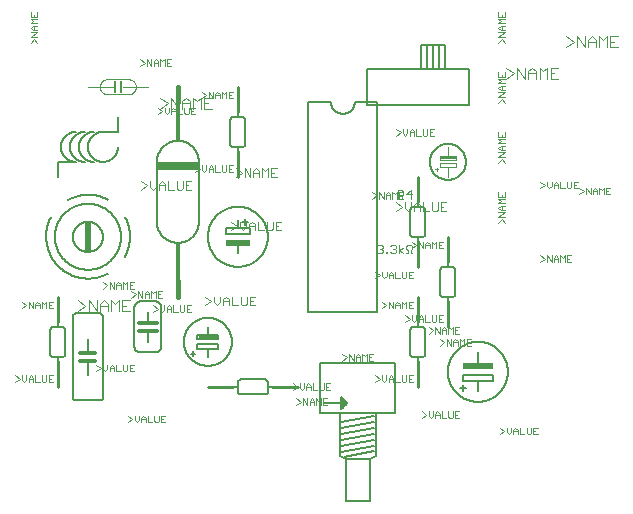
<source format=gto>
G75*
%MOIN*%
%OFA0B0*%
%FSLAX25Y25*%
%IPPOS*%
%LPD*%
%AMOC8*
5,1,8,0,0,1.08239X$1,22.5*
%
%ADD10C,0.00200*%
%ADD11C,0.00500*%
%ADD12C,0.00600*%
%ADD13C,0.00300*%
%ADD14R,0.02400X0.09600*%
%ADD15C,0.01200*%
%ADD16R,0.01000X0.04000*%
%ADD17R,0.06400X0.01000*%
%ADD18R,0.05400X0.00900*%
%ADD19R,0.08000X0.02000*%
%ADD20C,0.01600*%
%ADD21R,0.14000X0.03000*%
%ADD22R,0.01600X0.14200*%
%ADD23C,0.01000*%
%ADD24R,0.01000X0.01500*%
%ADD25C,0.00800*%
%ADD26R,0.01500X0.01000*%
%ADD27R,0.10000X0.02000*%
%ADD28C,0.00400*%
D10*
X0054738Y0040937D02*
X0056206Y0042038D01*
X0054738Y0043139D01*
X0056948Y0043139D02*
X0056948Y0041671D01*
X0057682Y0040937D01*
X0058416Y0041671D01*
X0058416Y0043139D01*
X0059158Y0042405D02*
X0059892Y0043139D01*
X0060626Y0042405D01*
X0060626Y0040937D01*
X0061368Y0040937D02*
X0062835Y0040937D01*
X0063577Y0041304D02*
X0063944Y0040937D01*
X0064678Y0040937D01*
X0065045Y0041304D01*
X0065045Y0043139D01*
X0065787Y0043139D02*
X0065787Y0040937D01*
X0067255Y0040937D01*
X0066521Y0042038D02*
X0065787Y0042038D01*
X0065787Y0043139D02*
X0067255Y0043139D01*
X0063577Y0043139D02*
X0063577Y0041304D01*
X0061368Y0040937D02*
X0061368Y0043139D01*
X0060626Y0042038D02*
X0059158Y0042038D01*
X0059158Y0042405D02*
X0059158Y0040937D01*
X0081738Y0044437D02*
X0083206Y0045538D01*
X0081738Y0046639D01*
X0083948Y0046639D02*
X0083948Y0045171D01*
X0084682Y0044437D01*
X0085416Y0045171D01*
X0085416Y0046639D01*
X0086158Y0045905D02*
X0086892Y0046639D01*
X0087626Y0045905D01*
X0087626Y0044437D01*
X0088368Y0044437D02*
X0089835Y0044437D01*
X0090577Y0044804D02*
X0090944Y0044437D01*
X0091678Y0044437D01*
X0092045Y0044804D01*
X0092045Y0046639D01*
X0092787Y0046639D02*
X0092787Y0044437D01*
X0094255Y0044437D01*
X0093521Y0045538D02*
X0092787Y0045538D01*
X0092787Y0046639D02*
X0094255Y0046639D01*
X0090577Y0046639D02*
X0090577Y0044804D01*
X0088368Y0044437D02*
X0088368Y0046639D01*
X0087626Y0045538D02*
X0086158Y0045538D01*
X0086158Y0045905D02*
X0086158Y0044437D01*
X0092257Y0029639D02*
X0093724Y0028538D01*
X0092257Y0027437D01*
X0094466Y0028171D02*
X0095200Y0027437D01*
X0095934Y0028171D01*
X0095934Y0029639D01*
X0096676Y0028905D02*
X0097410Y0029639D01*
X0098144Y0028905D01*
X0098144Y0027437D01*
X0098886Y0027437D02*
X0100354Y0027437D01*
X0101096Y0027804D02*
X0101463Y0027437D01*
X0102197Y0027437D01*
X0102564Y0027804D01*
X0102564Y0029639D01*
X0103306Y0029639D02*
X0103306Y0027437D01*
X0104774Y0027437D01*
X0104040Y0028538D02*
X0103306Y0028538D01*
X0103306Y0029639D02*
X0104774Y0029639D01*
X0101096Y0029639D02*
X0101096Y0027804D01*
X0098886Y0027437D02*
X0098886Y0029639D01*
X0098144Y0028538D02*
X0096676Y0028538D01*
X0096676Y0028905D02*
X0096676Y0027437D01*
X0094466Y0028171D02*
X0094466Y0029639D01*
X0100738Y0064287D02*
X0102206Y0065388D01*
X0100738Y0066489D01*
X0102948Y0066489D02*
X0102948Y0065021D01*
X0103682Y0064287D01*
X0104416Y0065021D01*
X0104416Y0066489D01*
X0105158Y0065755D02*
X0105892Y0066489D01*
X0106626Y0065755D01*
X0106626Y0064287D01*
X0107368Y0064287D02*
X0108835Y0064287D01*
X0109577Y0064654D02*
X0109944Y0064287D01*
X0110678Y0064287D01*
X0111045Y0064654D01*
X0111045Y0066489D01*
X0111787Y0066489D02*
X0111787Y0064287D01*
X0113255Y0064287D01*
X0112521Y0065388D02*
X0111787Y0065388D01*
X0111787Y0066489D02*
X0113255Y0066489D01*
X0109577Y0066489D02*
X0109577Y0064654D01*
X0107368Y0064287D02*
X0107368Y0066489D01*
X0106626Y0065388D02*
X0105158Y0065388D01*
X0105158Y0065755D02*
X0105158Y0064287D01*
X0103669Y0069037D02*
X0102201Y0069037D01*
X0102201Y0071239D01*
X0103669Y0071239D01*
X0102935Y0070138D02*
X0102201Y0070138D01*
X0101459Y0071239D02*
X0101459Y0069037D01*
X0099991Y0069037D02*
X0099991Y0071239D01*
X0100725Y0070505D01*
X0101459Y0071239D01*
X0099249Y0070505D02*
X0099249Y0069037D01*
X0099249Y0070138D02*
X0097781Y0070138D01*
X0097781Y0070505D02*
X0098515Y0071239D01*
X0099249Y0070505D01*
X0097781Y0070505D02*
X0097781Y0069037D01*
X0097039Y0069037D02*
X0097039Y0071239D01*
X0095571Y0071239D02*
X0097039Y0069037D01*
X0095571Y0069037D02*
X0095571Y0071239D01*
X0094829Y0070138D02*
X0093362Y0069037D01*
X0094829Y0070138D02*
X0093362Y0071239D01*
X0092787Y0072037D02*
X0094255Y0072037D01*
X0093521Y0073138D02*
X0092787Y0073138D01*
X0092787Y0074239D02*
X0092787Y0072037D01*
X0092045Y0072037D02*
X0092045Y0074239D01*
X0091311Y0073505D01*
X0090577Y0074239D01*
X0090577Y0072037D01*
X0089835Y0072037D02*
X0089835Y0073505D01*
X0089102Y0074239D01*
X0088368Y0073505D01*
X0088368Y0072037D01*
X0087626Y0072037D02*
X0087626Y0074239D01*
X0088368Y0073138D02*
X0089835Y0073138D01*
X0087626Y0072037D02*
X0086158Y0074239D01*
X0086158Y0072037D01*
X0085416Y0073138D02*
X0083948Y0074239D01*
X0085416Y0073138D02*
X0083948Y0072037D01*
X0092787Y0074239D02*
X0094255Y0074239D01*
X0067255Y0067739D02*
X0065787Y0067739D01*
X0065787Y0065537D01*
X0067255Y0065537D01*
X0066521Y0066638D02*
X0065787Y0066638D01*
X0065045Y0067739D02*
X0064311Y0067005D01*
X0063577Y0067739D01*
X0063577Y0065537D01*
X0062835Y0065537D02*
X0062835Y0067005D01*
X0062102Y0067739D01*
X0061368Y0067005D01*
X0061368Y0065537D01*
X0060626Y0065537D02*
X0060626Y0067739D01*
X0061368Y0066638D02*
X0062835Y0066638D01*
X0060626Y0065537D02*
X0059158Y0067739D01*
X0059158Y0065537D01*
X0058416Y0066638D02*
X0056948Y0065537D01*
X0058416Y0066638D02*
X0056948Y0067739D01*
X0065045Y0067739D02*
X0065045Y0065537D01*
X0114738Y0110937D02*
X0116206Y0112038D01*
X0114738Y0113139D01*
X0116948Y0113139D02*
X0116948Y0111671D01*
X0117682Y0110937D01*
X0118416Y0111671D01*
X0118416Y0113139D01*
X0119158Y0112405D02*
X0119158Y0110937D01*
X0119158Y0112038D02*
X0120626Y0112038D01*
X0120626Y0112405D02*
X0120626Y0110937D01*
X0121368Y0110937D02*
X0121368Y0113139D01*
X0120626Y0112405D02*
X0119892Y0113139D01*
X0119158Y0112405D01*
X0121368Y0110937D02*
X0122835Y0110937D01*
X0123577Y0111304D02*
X0123577Y0113139D01*
X0125045Y0113139D02*
X0125045Y0111304D01*
X0124678Y0110937D01*
X0123944Y0110937D01*
X0123577Y0111304D01*
X0125787Y0110937D02*
X0125787Y0113139D01*
X0127255Y0113139D01*
X0126521Y0112038D02*
X0125787Y0112038D01*
X0125787Y0110937D02*
X0127255Y0110937D01*
X0114774Y0130187D02*
X0113306Y0130187D01*
X0113306Y0132389D01*
X0114774Y0132389D01*
X0114040Y0131288D02*
X0113306Y0131288D01*
X0112564Y0130554D02*
X0112564Y0132389D01*
X0111096Y0132389D02*
X0111096Y0130554D01*
X0111463Y0130187D01*
X0112197Y0130187D01*
X0112564Y0130554D01*
X0110354Y0130187D02*
X0108886Y0130187D01*
X0108886Y0132389D01*
X0108144Y0131655D02*
X0107410Y0132389D01*
X0106676Y0131655D01*
X0106676Y0130187D01*
X0105934Y0130921D02*
X0105934Y0132389D01*
X0106676Y0131288D02*
X0108144Y0131288D01*
X0108144Y0131655D02*
X0108144Y0130187D01*
X0105934Y0130921D02*
X0105200Y0130187D01*
X0104466Y0130921D01*
X0104466Y0132389D01*
X0103724Y0131288D02*
X0102257Y0130187D01*
X0103724Y0131288D02*
X0102257Y0132389D01*
X0116948Y0135537D02*
X0118416Y0136638D01*
X0116948Y0137739D01*
X0119158Y0137739D02*
X0120626Y0135537D01*
X0120626Y0137739D01*
X0121368Y0137005D02*
X0122102Y0137739D01*
X0122835Y0137005D01*
X0122835Y0135537D01*
X0123577Y0135537D02*
X0123577Y0137739D01*
X0124311Y0137005D01*
X0125045Y0137739D01*
X0125045Y0135537D01*
X0125787Y0135537D02*
X0125787Y0137739D01*
X0127255Y0137739D01*
X0126521Y0136638D02*
X0125787Y0136638D01*
X0125787Y0135537D02*
X0127255Y0135537D01*
X0122835Y0136638D02*
X0121368Y0136638D01*
X0121368Y0137005D02*
X0121368Y0135537D01*
X0119158Y0135537D02*
X0119158Y0137739D01*
X0106669Y0146287D02*
X0105201Y0146287D01*
X0105201Y0148489D01*
X0106669Y0148489D01*
X0105935Y0147388D02*
X0105201Y0147388D01*
X0104459Y0148489D02*
X0104459Y0146287D01*
X0102991Y0146287D02*
X0102991Y0148489D01*
X0103725Y0147755D01*
X0104459Y0148489D01*
X0102249Y0147755D02*
X0102249Y0146287D01*
X0102249Y0147388D02*
X0100781Y0147388D01*
X0100781Y0147755D02*
X0101515Y0148489D01*
X0102249Y0147755D01*
X0100781Y0147755D02*
X0100781Y0146287D01*
X0100039Y0146287D02*
X0100039Y0148489D01*
X0098571Y0148489D02*
X0098571Y0146287D01*
X0097829Y0147388D02*
X0096362Y0148489D01*
X0097829Y0147388D02*
X0096362Y0146287D01*
X0098571Y0148489D02*
X0100039Y0146287D01*
X0062027Y0153801D02*
X0060926Y0155269D01*
X0059826Y0153801D01*
X0059826Y0156011D02*
X0062027Y0157479D01*
X0059826Y0157479D01*
X0060559Y0158221D02*
X0059826Y0158955D01*
X0060559Y0159689D01*
X0062027Y0159689D01*
X0062027Y0160431D02*
X0059826Y0160431D01*
X0060559Y0161165D01*
X0059826Y0161899D01*
X0062027Y0161899D01*
X0062027Y0162641D02*
X0062027Y0164109D01*
X0060926Y0163375D02*
X0060926Y0162641D01*
X0059826Y0162641D02*
X0062027Y0162641D01*
X0059826Y0162641D02*
X0059826Y0164109D01*
X0060926Y0159689D02*
X0060926Y0158221D01*
X0060559Y0158221D02*
X0062027Y0158221D01*
X0062027Y0156011D02*
X0059826Y0156011D01*
X0173775Y0104239D02*
X0175243Y0103138D01*
X0173775Y0102037D01*
X0175985Y0102037D02*
X0175985Y0104239D01*
X0177453Y0102037D01*
X0177453Y0104239D01*
X0178195Y0103505D02*
X0178929Y0104239D01*
X0179663Y0103505D01*
X0179663Y0102037D01*
X0180405Y0102037D02*
X0180405Y0104239D01*
X0181139Y0103505D01*
X0181873Y0104239D01*
X0181873Y0102037D01*
X0182615Y0102037D02*
X0184083Y0102037D01*
X0183349Y0103138D02*
X0182615Y0103138D01*
X0182615Y0104239D02*
X0182615Y0102037D01*
X0182615Y0104239D02*
X0184083Y0104239D01*
X0179663Y0103138D02*
X0178195Y0103138D01*
X0178195Y0103505D02*
X0178195Y0102037D01*
X0186948Y0087739D02*
X0188416Y0086638D01*
X0186948Y0085537D01*
X0189158Y0085537D02*
X0189158Y0087739D01*
X0190626Y0085537D01*
X0190626Y0087739D01*
X0191368Y0087005D02*
X0192102Y0087739D01*
X0192835Y0087005D01*
X0192835Y0085537D01*
X0193577Y0085537D02*
X0193577Y0087739D01*
X0194311Y0087005D01*
X0195045Y0087739D01*
X0195045Y0085537D01*
X0195787Y0085537D02*
X0197255Y0085537D01*
X0196521Y0086638D02*
X0195787Y0086638D01*
X0195787Y0087739D02*
X0195787Y0085537D01*
X0192835Y0086638D02*
X0191368Y0086638D01*
X0191368Y0087005D02*
X0191368Y0085537D01*
X0195787Y0087739D02*
X0197255Y0087739D01*
X0187293Y0077639D02*
X0185825Y0077639D01*
X0185825Y0075437D01*
X0187293Y0075437D01*
X0186559Y0076538D02*
X0185825Y0076538D01*
X0185083Y0075804D02*
X0184716Y0075437D01*
X0183982Y0075437D01*
X0183615Y0075804D01*
X0183615Y0077639D01*
X0185083Y0077639D02*
X0185083Y0075804D01*
X0182873Y0075437D02*
X0181405Y0075437D01*
X0181405Y0077639D01*
X0180663Y0076905D02*
X0180663Y0075437D01*
X0180663Y0076538D02*
X0179195Y0076538D01*
X0179195Y0076905D02*
X0179929Y0077639D01*
X0180663Y0076905D01*
X0179195Y0076905D02*
X0179195Y0075437D01*
X0178453Y0076171D02*
X0178453Y0077639D01*
X0176985Y0077639D02*
X0176985Y0076171D01*
X0177719Y0075437D01*
X0178453Y0076171D01*
X0176243Y0076538D02*
X0174775Y0075437D01*
X0176243Y0076538D02*
X0174775Y0077639D01*
X0176948Y0067739D02*
X0178416Y0066638D01*
X0176948Y0065537D01*
X0179158Y0065537D02*
X0179158Y0067739D01*
X0180626Y0065537D01*
X0180626Y0067739D01*
X0181368Y0067005D02*
X0182102Y0067739D01*
X0182835Y0067005D01*
X0182835Y0065537D01*
X0183577Y0065537D02*
X0183577Y0067739D01*
X0184311Y0067005D01*
X0185045Y0067739D01*
X0185045Y0065537D01*
X0185787Y0065537D02*
X0187255Y0065537D01*
X0186521Y0066638D02*
X0185787Y0066638D01*
X0185787Y0067739D02*
X0185787Y0065537D01*
X0184738Y0063139D02*
X0186206Y0062038D01*
X0184738Y0060937D01*
X0186948Y0061671D02*
X0187682Y0060937D01*
X0188416Y0061671D01*
X0188416Y0063139D01*
X0189158Y0062405D02*
X0189892Y0063139D01*
X0190626Y0062405D01*
X0190626Y0060937D01*
X0191368Y0060937D02*
X0192835Y0060937D01*
X0193577Y0061304D02*
X0193944Y0060937D01*
X0194678Y0060937D01*
X0195045Y0061304D01*
X0195045Y0063139D01*
X0195787Y0063139D02*
X0195787Y0060937D01*
X0197255Y0060937D01*
X0196521Y0062038D02*
X0195787Y0062038D01*
X0195787Y0063139D02*
X0197255Y0063139D01*
X0193577Y0063139D02*
X0193577Y0061304D01*
X0191368Y0060937D02*
X0191368Y0063139D01*
X0190626Y0062038D02*
X0189158Y0062038D01*
X0189158Y0062405D02*
X0189158Y0060937D01*
X0186948Y0061671D02*
X0186948Y0063139D01*
X0182835Y0066638D02*
X0181368Y0066638D01*
X0181368Y0067005D02*
X0181368Y0065537D01*
X0185787Y0067739D02*
X0187255Y0067739D01*
X0192448Y0059239D02*
X0193916Y0058138D01*
X0192448Y0057037D01*
X0194658Y0057037D02*
X0194658Y0059239D01*
X0196126Y0057037D01*
X0196126Y0059239D01*
X0196868Y0058505D02*
X0196868Y0057037D01*
X0196868Y0058138D02*
X0198335Y0058138D01*
X0198335Y0058505D02*
X0198335Y0057037D01*
X0199077Y0057037D02*
X0199077Y0059239D01*
X0199811Y0058505D01*
X0200545Y0059239D01*
X0200545Y0057037D01*
X0201287Y0057037D02*
X0202755Y0057037D01*
X0202021Y0058138D02*
X0201287Y0058138D01*
X0201287Y0059239D02*
X0201287Y0057037D01*
X0201429Y0055239D02*
X0202163Y0054505D01*
X0202163Y0053037D01*
X0202905Y0053037D02*
X0202905Y0055239D01*
X0203639Y0054505D01*
X0204373Y0055239D01*
X0204373Y0053037D01*
X0205115Y0053037D02*
X0206583Y0053037D01*
X0205849Y0054138D02*
X0205115Y0054138D01*
X0205115Y0055239D02*
X0205115Y0053037D01*
X0205115Y0055239D02*
X0206583Y0055239D01*
X0202163Y0054138D02*
X0200695Y0054138D01*
X0200695Y0054505D02*
X0200695Y0053037D01*
X0199953Y0053037D02*
X0199953Y0055239D01*
X0200695Y0054505D02*
X0201429Y0055239D01*
X0199953Y0053037D02*
X0198485Y0055239D01*
X0198485Y0053037D01*
X0197743Y0054138D02*
X0196275Y0053037D01*
X0197743Y0054138D02*
X0196275Y0055239D01*
X0196868Y0058505D02*
X0197602Y0059239D01*
X0198335Y0058505D01*
X0201287Y0059239D02*
X0202755Y0059239D01*
X0187255Y0043139D02*
X0185787Y0043139D01*
X0185787Y0040937D01*
X0187255Y0040937D01*
X0186521Y0042038D02*
X0185787Y0042038D01*
X0185045Y0041304D02*
X0185045Y0043139D01*
X0183577Y0043139D02*
X0183577Y0041304D01*
X0183944Y0040937D01*
X0184678Y0040937D01*
X0185045Y0041304D01*
X0182835Y0040937D02*
X0181368Y0040937D01*
X0181368Y0043139D01*
X0180626Y0042405D02*
X0180626Y0040937D01*
X0180626Y0042038D02*
X0179158Y0042038D01*
X0179158Y0042405D02*
X0179892Y0043139D01*
X0180626Y0042405D01*
X0179158Y0042405D02*
X0179158Y0040937D01*
X0178416Y0041671D02*
X0178416Y0043139D01*
X0178416Y0041671D02*
X0177682Y0040937D01*
X0176948Y0041671D01*
X0176948Y0043139D01*
X0176206Y0042038D02*
X0174738Y0040937D01*
X0176206Y0042038D02*
X0174738Y0043139D01*
X0174083Y0048037D02*
X0172615Y0048037D01*
X0172615Y0050239D01*
X0174083Y0050239D01*
X0173349Y0049138D02*
X0172615Y0049138D01*
X0171873Y0050239D02*
X0171873Y0048037D01*
X0170405Y0048037D02*
X0170405Y0050239D01*
X0171139Y0049505D01*
X0171873Y0050239D01*
X0169663Y0049505D02*
X0169663Y0048037D01*
X0169663Y0049138D02*
X0168195Y0049138D01*
X0168195Y0049505D02*
X0168929Y0050239D01*
X0169663Y0049505D01*
X0168195Y0049505D02*
X0168195Y0048037D01*
X0167453Y0048037D02*
X0167453Y0050239D01*
X0165985Y0050239D02*
X0167453Y0048037D01*
X0165985Y0048037D02*
X0165985Y0050239D01*
X0165243Y0049138D02*
X0163775Y0048037D01*
X0165243Y0049138D02*
X0163775Y0050239D01*
X0159774Y0040439D02*
X0158306Y0040439D01*
X0158306Y0038237D01*
X0159774Y0038237D01*
X0159040Y0039338D02*
X0158306Y0039338D01*
X0157564Y0038604D02*
X0157564Y0040439D01*
X0156096Y0040439D02*
X0156096Y0038604D01*
X0156463Y0038237D01*
X0157197Y0038237D01*
X0157564Y0038604D01*
X0155354Y0038237D02*
X0153886Y0038237D01*
X0153886Y0040439D01*
X0153144Y0039705D02*
X0153144Y0038237D01*
X0153144Y0039338D02*
X0151676Y0039338D01*
X0151676Y0039705D02*
X0151676Y0038237D01*
X0150934Y0038971D02*
X0150934Y0040439D01*
X0151676Y0039705D02*
X0152410Y0040439D01*
X0153144Y0039705D01*
X0150934Y0038971D02*
X0150200Y0038237D01*
X0149466Y0038971D01*
X0149466Y0040439D01*
X0148724Y0039338D02*
X0147257Y0038237D01*
X0148724Y0039338D02*
X0147257Y0040439D01*
X0148362Y0035439D02*
X0149829Y0034338D01*
X0148362Y0033237D01*
X0150571Y0033237D02*
X0150571Y0035439D01*
X0152039Y0033237D01*
X0152039Y0035439D01*
X0152781Y0034705D02*
X0153515Y0035439D01*
X0154249Y0034705D01*
X0154249Y0033237D01*
X0154991Y0033237D02*
X0154991Y0035439D01*
X0155725Y0034705D01*
X0156459Y0035439D01*
X0156459Y0033237D01*
X0157201Y0033237D02*
X0158669Y0033237D01*
X0157935Y0034338D02*
X0157201Y0034338D01*
X0157201Y0035439D02*
X0157201Y0033237D01*
X0157201Y0035439D02*
X0158669Y0035439D01*
X0154249Y0034338D02*
X0152781Y0034338D01*
X0152781Y0034705D02*
X0152781Y0033237D01*
X0190238Y0031139D02*
X0191706Y0030038D01*
X0190238Y0028937D01*
X0192448Y0029671D02*
X0192448Y0031139D01*
X0193916Y0031139D02*
X0193916Y0029671D01*
X0193182Y0028937D01*
X0192448Y0029671D01*
X0194658Y0030038D02*
X0196126Y0030038D01*
X0196126Y0030405D02*
X0196126Y0028937D01*
X0196868Y0028937D02*
X0196868Y0031139D01*
X0196126Y0030405D02*
X0195392Y0031139D01*
X0194658Y0030405D01*
X0194658Y0028937D01*
X0196868Y0028937D02*
X0198335Y0028937D01*
X0199077Y0029304D02*
X0199444Y0028937D01*
X0200178Y0028937D01*
X0200545Y0029304D01*
X0200545Y0031139D01*
X0201287Y0031139D02*
X0201287Y0028937D01*
X0202755Y0028937D01*
X0202021Y0030038D02*
X0201287Y0030038D01*
X0201287Y0031139D02*
X0202755Y0031139D01*
X0199077Y0031139D02*
X0199077Y0029304D01*
X0216275Y0025639D02*
X0217743Y0024538D01*
X0216275Y0023437D01*
X0218485Y0024171D02*
X0218485Y0025639D01*
X0219953Y0025639D02*
X0219953Y0024171D01*
X0219219Y0023437D01*
X0218485Y0024171D01*
X0220695Y0024538D02*
X0222163Y0024538D01*
X0222163Y0024905D02*
X0222163Y0023437D01*
X0222905Y0023437D02*
X0222905Y0025639D01*
X0222163Y0024905D02*
X0221429Y0025639D01*
X0220695Y0024905D01*
X0220695Y0023437D01*
X0222905Y0023437D02*
X0224373Y0023437D01*
X0225115Y0023804D02*
X0225482Y0023437D01*
X0226216Y0023437D01*
X0226583Y0023804D01*
X0226583Y0025639D01*
X0227325Y0025639D02*
X0227325Y0023437D01*
X0228793Y0023437D01*
X0228059Y0024538D02*
X0227325Y0024538D01*
X0227325Y0025639D02*
X0228793Y0025639D01*
X0225115Y0025639D02*
X0225115Y0023804D01*
X0229775Y0080937D02*
X0231243Y0082038D01*
X0229775Y0083139D01*
X0231985Y0083139D02*
X0231985Y0080937D01*
X0233453Y0080937D02*
X0231985Y0083139D01*
X0233453Y0083139D02*
X0233453Y0080937D01*
X0234195Y0080937D02*
X0234195Y0082405D01*
X0234929Y0083139D01*
X0235663Y0082405D01*
X0235663Y0080937D01*
X0236405Y0080937D02*
X0236405Y0083139D01*
X0237139Y0082405D01*
X0237873Y0083139D01*
X0237873Y0080937D01*
X0238615Y0080937D02*
X0240083Y0080937D01*
X0239349Y0082038D02*
X0238615Y0082038D01*
X0238615Y0083139D02*
X0238615Y0080937D01*
X0238615Y0083139D02*
X0240083Y0083139D01*
X0235663Y0082038D02*
X0234195Y0082038D01*
X0217967Y0093801D02*
X0216866Y0095269D01*
X0215766Y0093801D01*
X0215766Y0096011D02*
X0217967Y0097479D01*
X0215766Y0097479D01*
X0216499Y0098221D02*
X0215766Y0098955D01*
X0216499Y0099689D01*
X0217967Y0099689D01*
X0217967Y0100431D02*
X0215766Y0100431D01*
X0216499Y0101165D01*
X0215766Y0101899D01*
X0217967Y0101899D01*
X0217967Y0102641D02*
X0217967Y0104109D01*
X0216866Y0103375D02*
X0216866Y0102641D01*
X0215766Y0102641D02*
X0217967Y0102641D01*
X0215766Y0102641D02*
X0215766Y0104109D01*
X0216866Y0099689D02*
X0216866Y0098221D01*
X0216499Y0098221D02*
X0217967Y0098221D01*
X0217967Y0096011D02*
X0215766Y0096011D01*
X0229775Y0105537D02*
X0231243Y0106638D01*
X0229775Y0107739D01*
X0231985Y0107739D02*
X0231985Y0106271D01*
X0232719Y0105537D01*
X0233453Y0106271D01*
X0233453Y0107739D01*
X0234195Y0107005D02*
X0234929Y0107739D01*
X0235663Y0107005D01*
X0235663Y0105537D01*
X0236405Y0105537D02*
X0237873Y0105537D01*
X0238615Y0105904D02*
X0238982Y0105537D01*
X0239716Y0105537D01*
X0240083Y0105904D01*
X0240083Y0107739D01*
X0240825Y0107739D02*
X0240825Y0105537D01*
X0242293Y0105537D01*
X0242775Y0105639D02*
X0244243Y0104538D01*
X0242775Y0103437D01*
X0244985Y0103437D02*
X0244985Y0105639D01*
X0246453Y0103437D01*
X0246453Y0105639D01*
X0247195Y0104905D02*
X0247929Y0105639D01*
X0248663Y0104905D01*
X0248663Y0103437D01*
X0249405Y0103437D02*
X0249405Y0105639D01*
X0250139Y0104905D01*
X0250873Y0105639D01*
X0250873Y0103437D01*
X0251615Y0103437D02*
X0253083Y0103437D01*
X0252349Y0104538D02*
X0251615Y0104538D01*
X0251615Y0105639D02*
X0251615Y0103437D01*
X0251615Y0105639D02*
X0253083Y0105639D01*
X0248663Y0104538D02*
X0247195Y0104538D01*
X0247195Y0104905D02*
X0247195Y0103437D01*
X0236405Y0105537D02*
X0236405Y0107739D01*
X0235663Y0106638D02*
X0234195Y0106638D01*
X0234195Y0107005D02*
X0234195Y0105537D01*
X0238615Y0105904D02*
X0238615Y0107739D01*
X0240825Y0107739D02*
X0242293Y0107739D01*
X0241559Y0106638D02*
X0240825Y0106638D01*
X0217967Y0113801D02*
X0216866Y0115269D01*
X0215766Y0113801D01*
X0215766Y0116011D02*
X0217967Y0117479D01*
X0215766Y0117479D01*
X0216499Y0118221D02*
X0215766Y0118955D01*
X0216499Y0119689D01*
X0217967Y0119689D01*
X0217967Y0120431D02*
X0215766Y0120431D01*
X0216499Y0121165D01*
X0215766Y0121899D01*
X0217967Y0121899D01*
X0217967Y0122641D02*
X0217967Y0124109D01*
X0216866Y0123375D02*
X0216866Y0122641D01*
X0215766Y0122641D02*
X0217967Y0122641D01*
X0215766Y0122641D02*
X0215766Y0124109D01*
X0216866Y0119689D02*
X0216866Y0118221D01*
X0216499Y0118221D02*
X0217967Y0118221D01*
X0217967Y0116011D02*
X0215766Y0116011D01*
X0194255Y0123037D02*
X0192787Y0123037D01*
X0192787Y0125239D01*
X0194255Y0125239D01*
X0193521Y0124138D02*
X0192787Y0124138D01*
X0192045Y0123404D02*
X0192045Y0125239D01*
X0190577Y0125239D02*
X0190577Y0123404D01*
X0190944Y0123037D01*
X0191678Y0123037D01*
X0192045Y0123404D01*
X0189835Y0123037D02*
X0188368Y0123037D01*
X0188368Y0125239D01*
X0187626Y0124505D02*
X0187626Y0123037D01*
X0187626Y0124138D02*
X0186158Y0124138D01*
X0186158Y0124505D02*
X0186892Y0125239D01*
X0187626Y0124505D01*
X0186158Y0124505D02*
X0186158Y0123037D01*
X0185416Y0123771D02*
X0185416Y0125239D01*
X0185416Y0123771D02*
X0184682Y0123037D01*
X0183948Y0123771D01*
X0183948Y0125239D01*
X0183206Y0124138D02*
X0181738Y0123037D01*
X0183206Y0124138D02*
X0181738Y0125239D01*
X0215766Y0133801D02*
X0216866Y0135269D01*
X0217967Y0133801D01*
X0217967Y0136011D02*
X0215766Y0136011D01*
X0217967Y0137479D01*
X0215766Y0137479D01*
X0216499Y0138221D02*
X0215766Y0138955D01*
X0216499Y0139689D01*
X0217967Y0139689D01*
X0217967Y0140431D02*
X0215766Y0140431D01*
X0216499Y0141165D01*
X0215766Y0141899D01*
X0217967Y0141899D01*
X0217967Y0142641D02*
X0217967Y0144109D01*
X0216866Y0143375D02*
X0216866Y0142641D01*
X0215766Y0142641D02*
X0217967Y0142641D01*
X0215766Y0142641D02*
X0215766Y0144109D01*
X0216866Y0139689D02*
X0216866Y0138221D01*
X0216499Y0138221D02*
X0217967Y0138221D01*
X0217967Y0153801D02*
X0216866Y0155269D01*
X0215766Y0153801D01*
X0215766Y0156011D02*
X0217967Y0157479D01*
X0215766Y0157479D01*
X0216499Y0158221D02*
X0215766Y0158955D01*
X0216499Y0159689D01*
X0217967Y0159689D01*
X0217967Y0160431D02*
X0215766Y0160431D01*
X0216499Y0161165D01*
X0215766Y0161899D01*
X0217967Y0161899D01*
X0217967Y0162641D02*
X0217967Y0164109D01*
X0216866Y0163375D02*
X0216866Y0162641D01*
X0215766Y0162641D02*
X0217967Y0162641D01*
X0215766Y0162641D02*
X0215766Y0164109D01*
X0216866Y0159689D02*
X0216866Y0158221D01*
X0216499Y0158221D02*
X0217967Y0158221D01*
X0217967Y0156011D02*
X0215766Y0156011D01*
D11*
X0192897Y0114337D02*
X0192899Y0114491D01*
X0192905Y0114646D01*
X0192915Y0114800D01*
X0192929Y0114954D01*
X0192947Y0115107D01*
X0192968Y0115260D01*
X0192994Y0115413D01*
X0193024Y0115564D01*
X0193057Y0115715D01*
X0193095Y0115865D01*
X0193136Y0116014D01*
X0193181Y0116162D01*
X0193230Y0116308D01*
X0193283Y0116454D01*
X0193339Y0116597D01*
X0193399Y0116740D01*
X0193463Y0116880D01*
X0193530Y0117020D01*
X0193601Y0117157D01*
X0193675Y0117292D01*
X0193753Y0117426D01*
X0193834Y0117557D01*
X0193919Y0117686D01*
X0194007Y0117814D01*
X0194098Y0117938D01*
X0194192Y0118061D01*
X0194290Y0118181D01*
X0194390Y0118298D01*
X0194494Y0118413D01*
X0194600Y0118525D01*
X0194709Y0118634D01*
X0194821Y0118740D01*
X0194936Y0118844D01*
X0195053Y0118944D01*
X0195173Y0119042D01*
X0195296Y0119136D01*
X0195420Y0119227D01*
X0195548Y0119315D01*
X0195677Y0119400D01*
X0195808Y0119481D01*
X0195942Y0119559D01*
X0196077Y0119633D01*
X0196214Y0119704D01*
X0196354Y0119771D01*
X0196494Y0119835D01*
X0196637Y0119895D01*
X0196780Y0119951D01*
X0196926Y0120004D01*
X0197072Y0120053D01*
X0197220Y0120098D01*
X0197369Y0120139D01*
X0197519Y0120177D01*
X0197670Y0120210D01*
X0197821Y0120240D01*
X0197974Y0120266D01*
X0198127Y0120287D01*
X0198280Y0120305D01*
X0198434Y0120319D01*
X0198588Y0120329D01*
X0198743Y0120335D01*
X0198897Y0120337D01*
X0199051Y0120335D01*
X0199206Y0120329D01*
X0199360Y0120319D01*
X0199514Y0120305D01*
X0199667Y0120287D01*
X0199820Y0120266D01*
X0199973Y0120240D01*
X0200124Y0120210D01*
X0200275Y0120177D01*
X0200425Y0120139D01*
X0200574Y0120098D01*
X0200722Y0120053D01*
X0200868Y0120004D01*
X0201014Y0119951D01*
X0201157Y0119895D01*
X0201300Y0119835D01*
X0201440Y0119771D01*
X0201580Y0119704D01*
X0201717Y0119633D01*
X0201852Y0119559D01*
X0201986Y0119481D01*
X0202117Y0119400D01*
X0202246Y0119315D01*
X0202374Y0119227D01*
X0202498Y0119136D01*
X0202621Y0119042D01*
X0202741Y0118944D01*
X0202858Y0118844D01*
X0202973Y0118740D01*
X0203085Y0118634D01*
X0203194Y0118525D01*
X0203300Y0118413D01*
X0203404Y0118298D01*
X0203504Y0118181D01*
X0203602Y0118061D01*
X0203696Y0117938D01*
X0203787Y0117814D01*
X0203875Y0117686D01*
X0203960Y0117557D01*
X0204041Y0117426D01*
X0204119Y0117292D01*
X0204193Y0117157D01*
X0204264Y0117020D01*
X0204331Y0116880D01*
X0204395Y0116740D01*
X0204455Y0116597D01*
X0204511Y0116454D01*
X0204564Y0116308D01*
X0204613Y0116162D01*
X0204658Y0116014D01*
X0204699Y0115865D01*
X0204737Y0115715D01*
X0204770Y0115564D01*
X0204800Y0115413D01*
X0204826Y0115260D01*
X0204847Y0115107D01*
X0204865Y0114954D01*
X0204879Y0114800D01*
X0204889Y0114646D01*
X0204895Y0114491D01*
X0204897Y0114337D01*
X0204895Y0114183D01*
X0204889Y0114028D01*
X0204879Y0113874D01*
X0204865Y0113720D01*
X0204847Y0113567D01*
X0204826Y0113414D01*
X0204800Y0113261D01*
X0204770Y0113110D01*
X0204737Y0112959D01*
X0204699Y0112809D01*
X0204658Y0112660D01*
X0204613Y0112512D01*
X0204564Y0112366D01*
X0204511Y0112220D01*
X0204455Y0112077D01*
X0204395Y0111934D01*
X0204331Y0111794D01*
X0204264Y0111654D01*
X0204193Y0111517D01*
X0204119Y0111382D01*
X0204041Y0111248D01*
X0203960Y0111117D01*
X0203875Y0110988D01*
X0203787Y0110860D01*
X0203696Y0110736D01*
X0203602Y0110613D01*
X0203504Y0110493D01*
X0203404Y0110376D01*
X0203300Y0110261D01*
X0203194Y0110149D01*
X0203085Y0110040D01*
X0202973Y0109934D01*
X0202858Y0109830D01*
X0202741Y0109730D01*
X0202621Y0109632D01*
X0202498Y0109538D01*
X0202374Y0109447D01*
X0202246Y0109359D01*
X0202117Y0109274D01*
X0201986Y0109193D01*
X0201852Y0109115D01*
X0201717Y0109041D01*
X0201580Y0108970D01*
X0201440Y0108903D01*
X0201300Y0108839D01*
X0201157Y0108779D01*
X0201014Y0108723D01*
X0200868Y0108670D01*
X0200722Y0108621D01*
X0200574Y0108576D01*
X0200425Y0108535D01*
X0200275Y0108497D01*
X0200124Y0108464D01*
X0199973Y0108434D01*
X0199820Y0108408D01*
X0199667Y0108387D01*
X0199514Y0108369D01*
X0199360Y0108355D01*
X0199206Y0108345D01*
X0199051Y0108339D01*
X0198897Y0108337D01*
X0198743Y0108339D01*
X0198588Y0108345D01*
X0198434Y0108355D01*
X0198280Y0108369D01*
X0198127Y0108387D01*
X0197974Y0108408D01*
X0197821Y0108434D01*
X0197670Y0108464D01*
X0197519Y0108497D01*
X0197369Y0108535D01*
X0197220Y0108576D01*
X0197072Y0108621D01*
X0196926Y0108670D01*
X0196780Y0108723D01*
X0196637Y0108779D01*
X0196494Y0108839D01*
X0196354Y0108903D01*
X0196214Y0108970D01*
X0196077Y0109041D01*
X0195942Y0109115D01*
X0195808Y0109193D01*
X0195677Y0109274D01*
X0195548Y0109359D01*
X0195420Y0109447D01*
X0195296Y0109538D01*
X0195173Y0109632D01*
X0195053Y0109730D01*
X0194936Y0109830D01*
X0194821Y0109934D01*
X0194709Y0110040D01*
X0194600Y0110149D01*
X0194494Y0110261D01*
X0194390Y0110376D01*
X0194290Y0110493D01*
X0194192Y0110613D01*
X0194098Y0110736D01*
X0194007Y0110860D01*
X0193919Y0110988D01*
X0193834Y0111117D01*
X0193753Y0111248D01*
X0193675Y0111382D01*
X0193601Y0111517D01*
X0193530Y0111654D01*
X0193463Y0111794D01*
X0193399Y0111934D01*
X0193339Y0112077D01*
X0193283Y0112220D01*
X0193230Y0112366D01*
X0193181Y0112512D01*
X0193136Y0112660D01*
X0193095Y0112809D01*
X0193057Y0112959D01*
X0193024Y0113110D01*
X0192994Y0113261D01*
X0192968Y0113414D01*
X0192947Y0113567D01*
X0192929Y0113720D01*
X0192915Y0113874D01*
X0192905Y0114028D01*
X0192899Y0114183D01*
X0192897Y0114337D01*
X0115897Y0114337D02*
X0115897Y0094337D01*
X0115895Y0094168D01*
X0115889Y0093999D01*
X0115879Y0093830D01*
X0115864Y0093661D01*
X0115846Y0093493D01*
X0115824Y0093326D01*
X0115797Y0093159D01*
X0115767Y0092992D01*
X0115732Y0092827D01*
X0115694Y0092662D01*
X0115651Y0092498D01*
X0115605Y0092335D01*
X0115554Y0092174D01*
X0115500Y0092014D01*
X0115442Y0091855D01*
X0115380Y0091697D01*
X0115315Y0091541D01*
X0115245Y0091387D01*
X0115172Y0091235D01*
X0115095Y0091084D01*
X0115015Y0090935D01*
X0114931Y0090788D01*
X0114843Y0090644D01*
X0114752Y0090501D01*
X0114658Y0090361D01*
X0114560Y0090223D01*
X0114459Y0090087D01*
X0114355Y0089954D01*
X0114247Y0089823D01*
X0114137Y0089695D01*
X0114023Y0089570D01*
X0113906Y0089447D01*
X0113787Y0089328D01*
X0113664Y0089211D01*
X0113539Y0089097D01*
X0113411Y0088987D01*
X0113280Y0088879D01*
X0113147Y0088775D01*
X0113011Y0088674D01*
X0112873Y0088576D01*
X0112733Y0088482D01*
X0112590Y0088391D01*
X0112446Y0088303D01*
X0112299Y0088219D01*
X0112150Y0088139D01*
X0111999Y0088062D01*
X0111847Y0087989D01*
X0111693Y0087919D01*
X0111537Y0087854D01*
X0111379Y0087792D01*
X0111220Y0087734D01*
X0111060Y0087680D01*
X0110899Y0087629D01*
X0110736Y0087583D01*
X0110572Y0087540D01*
X0110407Y0087502D01*
X0110242Y0087467D01*
X0110075Y0087437D01*
X0109908Y0087410D01*
X0109741Y0087388D01*
X0109573Y0087370D01*
X0109404Y0087355D01*
X0109235Y0087345D01*
X0109066Y0087339D01*
X0108897Y0087337D01*
X0108728Y0087339D01*
X0108559Y0087345D01*
X0108390Y0087355D01*
X0108221Y0087370D01*
X0108053Y0087388D01*
X0107886Y0087410D01*
X0107719Y0087437D01*
X0107552Y0087467D01*
X0107387Y0087502D01*
X0107222Y0087540D01*
X0107058Y0087583D01*
X0106895Y0087629D01*
X0106734Y0087680D01*
X0106574Y0087734D01*
X0106415Y0087792D01*
X0106257Y0087854D01*
X0106101Y0087919D01*
X0105947Y0087989D01*
X0105795Y0088062D01*
X0105644Y0088139D01*
X0105495Y0088219D01*
X0105348Y0088303D01*
X0105204Y0088391D01*
X0105061Y0088482D01*
X0104921Y0088576D01*
X0104783Y0088674D01*
X0104647Y0088775D01*
X0104514Y0088879D01*
X0104383Y0088987D01*
X0104255Y0089097D01*
X0104130Y0089211D01*
X0104007Y0089328D01*
X0103888Y0089447D01*
X0103771Y0089570D01*
X0103657Y0089695D01*
X0103547Y0089823D01*
X0103439Y0089954D01*
X0103335Y0090087D01*
X0103234Y0090223D01*
X0103136Y0090361D01*
X0103042Y0090501D01*
X0102951Y0090644D01*
X0102863Y0090788D01*
X0102779Y0090935D01*
X0102699Y0091084D01*
X0102622Y0091235D01*
X0102549Y0091387D01*
X0102479Y0091541D01*
X0102414Y0091697D01*
X0102352Y0091855D01*
X0102294Y0092014D01*
X0102240Y0092174D01*
X0102189Y0092335D01*
X0102143Y0092498D01*
X0102100Y0092662D01*
X0102062Y0092827D01*
X0102027Y0092992D01*
X0101997Y0093159D01*
X0101970Y0093326D01*
X0101948Y0093493D01*
X0101930Y0093661D01*
X0101915Y0093830D01*
X0101905Y0093999D01*
X0101899Y0094168D01*
X0101897Y0094337D01*
X0101897Y0114337D01*
X0101899Y0114506D01*
X0101905Y0114675D01*
X0101915Y0114844D01*
X0101930Y0115013D01*
X0101948Y0115181D01*
X0101970Y0115348D01*
X0101997Y0115515D01*
X0102027Y0115682D01*
X0102062Y0115847D01*
X0102100Y0116012D01*
X0102143Y0116176D01*
X0102189Y0116339D01*
X0102240Y0116500D01*
X0102294Y0116660D01*
X0102352Y0116819D01*
X0102414Y0116977D01*
X0102479Y0117133D01*
X0102549Y0117287D01*
X0102622Y0117439D01*
X0102699Y0117590D01*
X0102779Y0117739D01*
X0102863Y0117886D01*
X0102951Y0118030D01*
X0103042Y0118173D01*
X0103136Y0118313D01*
X0103234Y0118451D01*
X0103335Y0118587D01*
X0103439Y0118720D01*
X0103547Y0118851D01*
X0103657Y0118979D01*
X0103771Y0119104D01*
X0103888Y0119227D01*
X0104007Y0119346D01*
X0104130Y0119463D01*
X0104255Y0119577D01*
X0104383Y0119687D01*
X0104514Y0119795D01*
X0104647Y0119899D01*
X0104783Y0120000D01*
X0104921Y0120098D01*
X0105061Y0120192D01*
X0105204Y0120283D01*
X0105348Y0120371D01*
X0105495Y0120455D01*
X0105644Y0120535D01*
X0105795Y0120612D01*
X0105947Y0120685D01*
X0106101Y0120755D01*
X0106257Y0120820D01*
X0106415Y0120882D01*
X0106574Y0120940D01*
X0106734Y0120994D01*
X0106895Y0121045D01*
X0107058Y0121091D01*
X0107222Y0121134D01*
X0107387Y0121172D01*
X0107552Y0121207D01*
X0107719Y0121237D01*
X0107886Y0121264D01*
X0108053Y0121286D01*
X0108221Y0121304D01*
X0108390Y0121319D01*
X0108559Y0121329D01*
X0108728Y0121335D01*
X0108897Y0121337D01*
X0109066Y0121335D01*
X0109235Y0121329D01*
X0109404Y0121319D01*
X0109573Y0121304D01*
X0109741Y0121286D01*
X0109908Y0121264D01*
X0110075Y0121237D01*
X0110242Y0121207D01*
X0110407Y0121172D01*
X0110572Y0121134D01*
X0110736Y0121091D01*
X0110899Y0121045D01*
X0111060Y0120994D01*
X0111220Y0120940D01*
X0111379Y0120882D01*
X0111537Y0120820D01*
X0111693Y0120755D01*
X0111847Y0120685D01*
X0111999Y0120612D01*
X0112150Y0120535D01*
X0112299Y0120455D01*
X0112446Y0120371D01*
X0112590Y0120283D01*
X0112733Y0120192D01*
X0112873Y0120098D01*
X0113011Y0120000D01*
X0113147Y0119899D01*
X0113280Y0119795D01*
X0113411Y0119687D01*
X0113539Y0119577D01*
X0113664Y0119463D01*
X0113787Y0119346D01*
X0113906Y0119227D01*
X0114023Y0119104D01*
X0114137Y0118979D01*
X0114247Y0118851D01*
X0114355Y0118720D01*
X0114459Y0118587D01*
X0114560Y0118451D01*
X0114658Y0118313D01*
X0114752Y0118173D01*
X0114843Y0118030D01*
X0114931Y0117886D01*
X0115015Y0117739D01*
X0115095Y0117590D01*
X0115172Y0117439D01*
X0115245Y0117287D01*
X0115315Y0117133D01*
X0115380Y0116977D01*
X0115442Y0116819D01*
X0115500Y0116660D01*
X0115554Y0116500D01*
X0115605Y0116339D01*
X0115651Y0116176D01*
X0115694Y0116012D01*
X0115732Y0115847D01*
X0115767Y0115682D01*
X0115797Y0115515D01*
X0115824Y0115348D01*
X0115846Y0115181D01*
X0115864Y0115013D01*
X0115879Y0114844D01*
X0115889Y0114675D01*
X0115895Y0114506D01*
X0115897Y0114337D01*
X0088897Y0124337D02*
X0088897Y0129337D01*
X0088897Y0124337D02*
X0083897Y0124337D01*
X0088897Y0119337D02*
X0088895Y0119197D01*
X0088889Y0119057D01*
X0088879Y0118917D01*
X0088866Y0118777D01*
X0088848Y0118638D01*
X0088826Y0118499D01*
X0088801Y0118362D01*
X0088772Y0118224D01*
X0088739Y0118088D01*
X0088702Y0117953D01*
X0088661Y0117819D01*
X0088616Y0117686D01*
X0088568Y0117554D01*
X0088516Y0117424D01*
X0088461Y0117295D01*
X0088402Y0117168D01*
X0088339Y0117042D01*
X0088273Y0116918D01*
X0088204Y0116797D01*
X0088131Y0116677D01*
X0088054Y0116559D01*
X0087975Y0116444D01*
X0087892Y0116330D01*
X0087806Y0116220D01*
X0087717Y0116111D01*
X0087625Y0116005D01*
X0087530Y0115902D01*
X0087433Y0115801D01*
X0087332Y0115704D01*
X0087229Y0115609D01*
X0087123Y0115517D01*
X0087014Y0115428D01*
X0086904Y0115342D01*
X0086790Y0115259D01*
X0086675Y0115180D01*
X0086557Y0115103D01*
X0086437Y0115030D01*
X0086316Y0114961D01*
X0086192Y0114895D01*
X0086066Y0114832D01*
X0085939Y0114773D01*
X0085810Y0114718D01*
X0085680Y0114666D01*
X0085548Y0114618D01*
X0085415Y0114573D01*
X0085281Y0114532D01*
X0085146Y0114495D01*
X0085010Y0114462D01*
X0084872Y0114433D01*
X0084735Y0114408D01*
X0084596Y0114386D01*
X0084457Y0114368D01*
X0084317Y0114355D01*
X0084177Y0114345D01*
X0084037Y0114339D01*
X0083897Y0114337D01*
X0083757Y0114339D01*
X0083617Y0114345D01*
X0083477Y0114355D01*
X0083337Y0114368D01*
X0083198Y0114386D01*
X0083059Y0114408D01*
X0082922Y0114433D01*
X0082784Y0114462D01*
X0082648Y0114495D01*
X0082513Y0114532D01*
X0082379Y0114573D01*
X0082246Y0114618D01*
X0082114Y0114666D01*
X0081984Y0114718D01*
X0081855Y0114773D01*
X0081728Y0114832D01*
X0081602Y0114895D01*
X0081478Y0114961D01*
X0081357Y0115030D01*
X0081237Y0115103D01*
X0081119Y0115180D01*
X0081004Y0115259D01*
X0080890Y0115342D01*
X0080780Y0115428D01*
X0080671Y0115517D01*
X0080565Y0115609D01*
X0080462Y0115704D01*
X0080361Y0115801D01*
X0080264Y0115902D01*
X0080169Y0116005D01*
X0080077Y0116111D01*
X0079988Y0116220D01*
X0079902Y0116330D01*
X0079819Y0116444D01*
X0079740Y0116559D01*
X0079663Y0116677D01*
X0079590Y0116797D01*
X0079521Y0116918D01*
X0079455Y0117042D01*
X0079392Y0117168D01*
X0079333Y0117295D01*
X0079278Y0117424D01*
X0079226Y0117554D01*
X0079178Y0117686D01*
X0079133Y0117819D01*
X0079092Y0117953D01*
X0079055Y0118088D01*
X0079022Y0118224D01*
X0078993Y0118362D01*
X0078968Y0118499D01*
X0078946Y0118638D01*
X0078928Y0118777D01*
X0078915Y0118917D01*
X0078905Y0119057D01*
X0078899Y0119197D01*
X0078897Y0119337D01*
X0077897Y0114337D02*
X0077757Y0114339D01*
X0077617Y0114345D01*
X0077477Y0114355D01*
X0077337Y0114368D01*
X0077198Y0114386D01*
X0077059Y0114408D01*
X0076922Y0114433D01*
X0076784Y0114462D01*
X0076648Y0114495D01*
X0076513Y0114532D01*
X0076379Y0114573D01*
X0076246Y0114618D01*
X0076114Y0114666D01*
X0075984Y0114718D01*
X0075855Y0114773D01*
X0075728Y0114832D01*
X0075602Y0114895D01*
X0075478Y0114961D01*
X0075357Y0115030D01*
X0075237Y0115103D01*
X0075119Y0115180D01*
X0075004Y0115259D01*
X0074890Y0115342D01*
X0074780Y0115428D01*
X0074671Y0115517D01*
X0074565Y0115609D01*
X0074462Y0115704D01*
X0074361Y0115801D01*
X0074264Y0115902D01*
X0074169Y0116005D01*
X0074077Y0116111D01*
X0073988Y0116220D01*
X0073902Y0116330D01*
X0073819Y0116444D01*
X0073740Y0116559D01*
X0073663Y0116677D01*
X0073590Y0116797D01*
X0073521Y0116918D01*
X0073455Y0117042D01*
X0073392Y0117168D01*
X0073333Y0117295D01*
X0073278Y0117424D01*
X0073226Y0117554D01*
X0073178Y0117686D01*
X0073133Y0117819D01*
X0073092Y0117953D01*
X0073055Y0118088D01*
X0073022Y0118224D01*
X0072993Y0118362D01*
X0072968Y0118499D01*
X0072946Y0118638D01*
X0072928Y0118777D01*
X0072915Y0118917D01*
X0072905Y0119057D01*
X0072899Y0119197D01*
X0072897Y0119337D01*
X0069897Y0119337D02*
X0069899Y0119197D01*
X0069905Y0119057D01*
X0069915Y0118917D01*
X0069928Y0118777D01*
X0069946Y0118638D01*
X0069968Y0118499D01*
X0069993Y0118362D01*
X0070022Y0118224D01*
X0070055Y0118088D01*
X0070092Y0117953D01*
X0070133Y0117819D01*
X0070178Y0117686D01*
X0070226Y0117554D01*
X0070278Y0117424D01*
X0070333Y0117295D01*
X0070392Y0117168D01*
X0070455Y0117042D01*
X0070521Y0116918D01*
X0070590Y0116797D01*
X0070663Y0116677D01*
X0070740Y0116559D01*
X0070819Y0116444D01*
X0070902Y0116330D01*
X0070988Y0116220D01*
X0071077Y0116111D01*
X0071169Y0116005D01*
X0071264Y0115902D01*
X0071361Y0115801D01*
X0071462Y0115704D01*
X0071565Y0115609D01*
X0071671Y0115517D01*
X0071780Y0115428D01*
X0071890Y0115342D01*
X0072004Y0115259D01*
X0072119Y0115180D01*
X0072237Y0115103D01*
X0072357Y0115030D01*
X0072478Y0114961D01*
X0072602Y0114895D01*
X0072728Y0114832D01*
X0072855Y0114773D01*
X0072984Y0114718D01*
X0073114Y0114666D01*
X0073246Y0114618D01*
X0073379Y0114573D01*
X0073513Y0114532D01*
X0073648Y0114495D01*
X0073784Y0114462D01*
X0073922Y0114433D01*
X0074059Y0114408D01*
X0074198Y0114386D01*
X0074337Y0114368D01*
X0074477Y0114355D01*
X0074617Y0114345D01*
X0074757Y0114339D01*
X0074897Y0114337D01*
X0068897Y0114337D01*
X0068897Y0109337D01*
X0069897Y0119337D02*
X0069899Y0119477D01*
X0069905Y0119617D01*
X0069915Y0119757D01*
X0069928Y0119897D01*
X0069946Y0120036D01*
X0069968Y0120175D01*
X0069993Y0120312D01*
X0070022Y0120450D01*
X0070055Y0120586D01*
X0070092Y0120721D01*
X0070133Y0120855D01*
X0070178Y0120988D01*
X0070226Y0121120D01*
X0070278Y0121250D01*
X0070333Y0121379D01*
X0070392Y0121506D01*
X0070455Y0121632D01*
X0070521Y0121756D01*
X0070590Y0121877D01*
X0070663Y0121997D01*
X0070740Y0122115D01*
X0070819Y0122230D01*
X0070902Y0122344D01*
X0070988Y0122454D01*
X0071077Y0122563D01*
X0071169Y0122669D01*
X0071264Y0122772D01*
X0071361Y0122873D01*
X0071462Y0122970D01*
X0071565Y0123065D01*
X0071671Y0123157D01*
X0071780Y0123246D01*
X0071890Y0123332D01*
X0072004Y0123415D01*
X0072119Y0123494D01*
X0072237Y0123571D01*
X0072357Y0123644D01*
X0072478Y0123713D01*
X0072602Y0123779D01*
X0072728Y0123842D01*
X0072855Y0123901D01*
X0072984Y0123956D01*
X0073114Y0124008D01*
X0073246Y0124056D01*
X0073379Y0124101D01*
X0073513Y0124142D01*
X0073648Y0124179D01*
X0073784Y0124212D01*
X0073922Y0124241D01*
X0074059Y0124266D01*
X0074198Y0124288D01*
X0074337Y0124306D01*
X0074477Y0124319D01*
X0074617Y0124329D01*
X0074757Y0124335D01*
X0074897Y0124337D01*
X0077897Y0124337D02*
X0077757Y0124335D01*
X0077617Y0124329D01*
X0077477Y0124319D01*
X0077337Y0124306D01*
X0077198Y0124288D01*
X0077059Y0124266D01*
X0076922Y0124241D01*
X0076784Y0124212D01*
X0076648Y0124179D01*
X0076513Y0124142D01*
X0076379Y0124101D01*
X0076246Y0124056D01*
X0076114Y0124008D01*
X0075984Y0123956D01*
X0075855Y0123901D01*
X0075728Y0123842D01*
X0075602Y0123779D01*
X0075478Y0123713D01*
X0075357Y0123644D01*
X0075237Y0123571D01*
X0075119Y0123494D01*
X0075004Y0123415D01*
X0074890Y0123332D01*
X0074780Y0123246D01*
X0074671Y0123157D01*
X0074565Y0123065D01*
X0074462Y0122970D01*
X0074361Y0122873D01*
X0074264Y0122772D01*
X0074169Y0122669D01*
X0074077Y0122563D01*
X0073988Y0122454D01*
X0073902Y0122344D01*
X0073819Y0122230D01*
X0073740Y0122115D01*
X0073663Y0121997D01*
X0073590Y0121877D01*
X0073521Y0121756D01*
X0073455Y0121632D01*
X0073392Y0121506D01*
X0073333Y0121379D01*
X0073278Y0121250D01*
X0073226Y0121120D01*
X0073178Y0120988D01*
X0073133Y0120855D01*
X0073092Y0120721D01*
X0073055Y0120586D01*
X0073022Y0120450D01*
X0072993Y0120312D01*
X0072968Y0120175D01*
X0072946Y0120036D01*
X0072928Y0119897D01*
X0072915Y0119757D01*
X0072905Y0119617D01*
X0072899Y0119477D01*
X0072897Y0119337D01*
X0075897Y0119337D02*
X0075899Y0119197D01*
X0075905Y0119057D01*
X0075915Y0118917D01*
X0075928Y0118777D01*
X0075946Y0118638D01*
X0075968Y0118499D01*
X0075993Y0118362D01*
X0076022Y0118224D01*
X0076055Y0118088D01*
X0076092Y0117953D01*
X0076133Y0117819D01*
X0076178Y0117686D01*
X0076226Y0117554D01*
X0076278Y0117424D01*
X0076333Y0117295D01*
X0076392Y0117168D01*
X0076455Y0117042D01*
X0076521Y0116918D01*
X0076590Y0116797D01*
X0076663Y0116677D01*
X0076740Y0116559D01*
X0076819Y0116444D01*
X0076902Y0116330D01*
X0076988Y0116220D01*
X0077077Y0116111D01*
X0077169Y0116005D01*
X0077264Y0115902D01*
X0077361Y0115801D01*
X0077462Y0115704D01*
X0077565Y0115609D01*
X0077671Y0115517D01*
X0077780Y0115428D01*
X0077890Y0115342D01*
X0078004Y0115259D01*
X0078119Y0115180D01*
X0078237Y0115103D01*
X0078357Y0115030D01*
X0078478Y0114961D01*
X0078602Y0114895D01*
X0078728Y0114832D01*
X0078855Y0114773D01*
X0078984Y0114718D01*
X0079114Y0114666D01*
X0079246Y0114618D01*
X0079379Y0114573D01*
X0079513Y0114532D01*
X0079648Y0114495D01*
X0079784Y0114462D01*
X0079922Y0114433D01*
X0080059Y0114408D01*
X0080198Y0114386D01*
X0080337Y0114368D01*
X0080477Y0114355D01*
X0080617Y0114345D01*
X0080757Y0114339D01*
X0080897Y0114337D01*
X0075897Y0119337D02*
X0075899Y0119477D01*
X0075905Y0119617D01*
X0075915Y0119757D01*
X0075928Y0119897D01*
X0075946Y0120036D01*
X0075968Y0120175D01*
X0075993Y0120312D01*
X0076022Y0120450D01*
X0076055Y0120586D01*
X0076092Y0120721D01*
X0076133Y0120855D01*
X0076178Y0120988D01*
X0076226Y0121120D01*
X0076278Y0121250D01*
X0076333Y0121379D01*
X0076392Y0121506D01*
X0076455Y0121632D01*
X0076521Y0121756D01*
X0076590Y0121877D01*
X0076663Y0121997D01*
X0076740Y0122115D01*
X0076819Y0122230D01*
X0076902Y0122344D01*
X0076988Y0122454D01*
X0077077Y0122563D01*
X0077169Y0122669D01*
X0077264Y0122772D01*
X0077361Y0122873D01*
X0077462Y0122970D01*
X0077565Y0123065D01*
X0077671Y0123157D01*
X0077780Y0123246D01*
X0077890Y0123332D01*
X0078004Y0123415D01*
X0078119Y0123494D01*
X0078237Y0123571D01*
X0078357Y0123644D01*
X0078478Y0123713D01*
X0078602Y0123779D01*
X0078728Y0123842D01*
X0078855Y0123901D01*
X0078984Y0123956D01*
X0079114Y0124008D01*
X0079246Y0124056D01*
X0079379Y0124101D01*
X0079513Y0124142D01*
X0079648Y0124179D01*
X0079784Y0124212D01*
X0079922Y0124241D01*
X0080059Y0124266D01*
X0080198Y0124288D01*
X0080337Y0124306D01*
X0080477Y0124319D01*
X0080617Y0124329D01*
X0080757Y0124335D01*
X0080897Y0124337D01*
X0083897Y0124337D02*
X0083757Y0124335D01*
X0083617Y0124329D01*
X0083477Y0124319D01*
X0083337Y0124306D01*
X0083198Y0124288D01*
X0083059Y0124266D01*
X0082922Y0124241D01*
X0082784Y0124212D01*
X0082648Y0124179D01*
X0082513Y0124142D01*
X0082379Y0124101D01*
X0082246Y0124056D01*
X0082114Y0124008D01*
X0081984Y0123956D01*
X0081855Y0123901D01*
X0081728Y0123842D01*
X0081602Y0123779D01*
X0081478Y0123713D01*
X0081357Y0123644D01*
X0081237Y0123571D01*
X0081119Y0123494D01*
X0081004Y0123415D01*
X0080890Y0123332D01*
X0080780Y0123246D01*
X0080671Y0123157D01*
X0080565Y0123065D01*
X0080462Y0122970D01*
X0080361Y0122873D01*
X0080264Y0122772D01*
X0080169Y0122669D01*
X0080077Y0122563D01*
X0079988Y0122454D01*
X0079902Y0122344D01*
X0079819Y0122230D01*
X0079740Y0122115D01*
X0079663Y0121997D01*
X0079590Y0121877D01*
X0079521Y0121756D01*
X0079455Y0121632D01*
X0079392Y0121506D01*
X0079333Y0121379D01*
X0079278Y0121250D01*
X0079226Y0121120D01*
X0079178Y0120988D01*
X0079133Y0120855D01*
X0079092Y0120721D01*
X0079055Y0120586D01*
X0079022Y0120450D01*
X0078993Y0120312D01*
X0078968Y0120175D01*
X0078946Y0120036D01*
X0078928Y0119897D01*
X0078915Y0119757D01*
X0078905Y0119617D01*
X0078899Y0119477D01*
X0078897Y0119337D01*
X0091265Y0096020D02*
X0091422Y0095720D01*
X0091572Y0095418D01*
X0091714Y0095111D01*
X0091849Y0094801D01*
X0091977Y0094488D01*
X0092097Y0094173D01*
X0092209Y0093854D01*
X0092313Y0093533D01*
X0092410Y0093209D01*
X0092498Y0092883D01*
X0092579Y0092555D01*
X0092652Y0092225D01*
X0092717Y0091893D01*
X0092774Y0091560D01*
X0092823Y0091226D01*
X0092863Y0090890D01*
X0092896Y0090554D01*
X0092920Y0090217D01*
X0092937Y0089880D01*
X0092945Y0089542D01*
X0092945Y0089204D01*
X0092937Y0088866D01*
X0092920Y0088529D01*
X0092896Y0088192D01*
X0092863Y0087856D01*
X0092823Y0087520D01*
X0092774Y0087186D01*
X0092717Y0086853D01*
X0092652Y0086521D01*
X0092579Y0086191D01*
X0092498Y0085863D01*
X0092410Y0085537D01*
X0092313Y0085213D01*
X0092209Y0084892D01*
X0092097Y0084573D01*
X0091977Y0084258D01*
X0091849Y0083945D01*
X0091714Y0083635D01*
X0091572Y0083328D01*
X0091422Y0083026D01*
X0091265Y0082726D01*
X0085609Y0101676D02*
X0085309Y0101833D01*
X0085007Y0101983D01*
X0084700Y0102125D01*
X0084390Y0102260D01*
X0084077Y0102388D01*
X0083762Y0102508D01*
X0083443Y0102620D01*
X0083122Y0102724D01*
X0082798Y0102821D01*
X0082472Y0102909D01*
X0082144Y0102990D01*
X0081814Y0103063D01*
X0081482Y0103128D01*
X0081149Y0103185D01*
X0080815Y0103234D01*
X0080479Y0103274D01*
X0080143Y0103307D01*
X0079806Y0103331D01*
X0079469Y0103348D01*
X0079131Y0103356D01*
X0078793Y0103356D01*
X0078455Y0103348D01*
X0078118Y0103331D01*
X0077781Y0103307D01*
X0077445Y0103274D01*
X0077109Y0103234D01*
X0076775Y0103185D01*
X0076442Y0103128D01*
X0076110Y0103063D01*
X0075780Y0102990D01*
X0075452Y0102909D01*
X0075126Y0102821D01*
X0074802Y0102724D01*
X0074481Y0102620D01*
X0074162Y0102508D01*
X0073847Y0102388D01*
X0073534Y0102260D01*
X0073224Y0102125D01*
X0072917Y0101983D01*
X0072615Y0101833D01*
X0072315Y0101676D01*
X0066659Y0096020D02*
X0066500Y0095718D01*
X0066349Y0095412D01*
X0066206Y0095102D01*
X0066070Y0094789D01*
X0065941Y0094473D01*
X0065821Y0094154D01*
X0065708Y0093832D01*
X0065603Y0093508D01*
X0065506Y0093181D01*
X0065417Y0092851D01*
X0065337Y0092520D01*
X0065264Y0092187D01*
X0065199Y0091852D01*
X0065143Y0091515D01*
X0065095Y0091177D01*
X0065055Y0090839D01*
X0065023Y0090499D01*
X0065000Y0090159D01*
X0064985Y0089818D01*
X0064978Y0089477D01*
X0064980Y0089136D01*
X0064990Y0088795D01*
X0065008Y0088454D01*
X0065035Y0088114D01*
X0065070Y0087775D01*
X0065113Y0087436D01*
X0065164Y0087099D01*
X0065224Y0086763D01*
X0065291Y0086429D01*
X0065367Y0086096D01*
X0065451Y0085766D01*
X0065543Y0085437D01*
X0065643Y0085111D01*
X0065751Y0084787D01*
X0065867Y0084466D01*
X0065991Y0084149D01*
X0066122Y0083834D01*
X0066261Y0083522D01*
X0066407Y0083214D01*
X0066561Y0082910D01*
X0066723Y0082609D01*
X0066891Y0082313D01*
X0067067Y0082020D01*
X0067250Y0081732D01*
X0067440Y0081449D01*
X0067637Y0081170D01*
X0067840Y0080896D01*
X0068050Y0080628D01*
X0068267Y0080364D01*
X0068490Y0080106D01*
X0068719Y0079853D01*
X0068954Y0079606D01*
X0069195Y0079365D01*
X0069442Y0079130D01*
X0069695Y0078901D01*
X0069953Y0078678D01*
X0070217Y0078461D01*
X0070485Y0078251D01*
X0070759Y0078048D01*
X0071038Y0077851D01*
X0071321Y0077661D01*
X0071609Y0077478D01*
X0071902Y0077302D01*
X0072198Y0077134D01*
X0072499Y0076972D01*
X0072803Y0076818D01*
X0073111Y0076672D01*
X0073423Y0076533D01*
X0073738Y0076402D01*
X0074055Y0076278D01*
X0074376Y0076162D01*
X0074700Y0076054D01*
X0075026Y0075954D01*
X0075355Y0075862D01*
X0075685Y0075778D01*
X0076018Y0075702D01*
X0076352Y0075635D01*
X0076688Y0075575D01*
X0077025Y0075524D01*
X0077364Y0075481D01*
X0077703Y0075446D01*
X0078043Y0075419D01*
X0078384Y0075401D01*
X0078725Y0075391D01*
X0079066Y0075389D01*
X0079407Y0075396D01*
X0079748Y0075411D01*
X0080088Y0075434D01*
X0080428Y0075466D01*
X0080766Y0075506D01*
X0081104Y0075554D01*
X0081441Y0075610D01*
X0081776Y0075675D01*
X0082109Y0075748D01*
X0082440Y0075828D01*
X0082770Y0075917D01*
X0083097Y0076014D01*
X0083421Y0076119D01*
X0083743Y0076232D01*
X0084062Y0076352D01*
X0084378Y0076481D01*
X0084691Y0076617D01*
X0085001Y0076760D01*
X0085307Y0076911D01*
X0085609Y0077070D01*
X0067897Y0089337D02*
X0067900Y0089607D01*
X0067910Y0089877D01*
X0067927Y0090146D01*
X0067950Y0090415D01*
X0067980Y0090684D01*
X0068016Y0090951D01*
X0068059Y0091218D01*
X0068108Y0091483D01*
X0068164Y0091747D01*
X0068227Y0092010D01*
X0068295Y0092271D01*
X0068371Y0092530D01*
X0068452Y0092787D01*
X0068540Y0093043D01*
X0068634Y0093296D01*
X0068734Y0093547D01*
X0068841Y0093795D01*
X0068953Y0094040D01*
X0069072Y0094283D01*
X0069196Y0094522D01*
X0069326Y0094759D01*
X0069462Y0094992D01*
X0069604Y0095222D01*
X0069751Y0095448D01*
X0069904Y0095671D01*
X0070062Y0095890D01*
X0070225Y0096105D01*
X0070394Y0096315D01*
X0070568Y0096522D01*
X0070747Y0096724D01*
X0070930Y0096922D01*
X0071119Y0097115D01*
X0071312Y0097304D01*
X0071510Y0097487D01*
X0071712Y0097666D01*
X0071919Y0097840D01*
X0072129Y0098009D01*
X0072344Y0098172D01*
X0072563Y0098330D01*
X0072786Y0098483D01*
X0073012Y0098630D01*
X0073242Y0098772D01*
X0073475Y0098908D01*
X0073712Y0099038D01*
X0073951Y0099162D01*
X0074194Y0099281D01*
X0074439Y0099393D01*
X0074687Y0099500D01*
X0074938Y0099600D01*
X0075191Y0099694D01*
X0075447Y0099782D01*
X0075704Y0099863D01*
X0075963Y0099939D01*
X0076224Y0100007D01*
X0076487Y0100070D01*
X0076751Y0100126D01*
X0077016Y0100175D01*
X0077283Y0100218D01*
X0077550Y0100254D01*
X0077819Y0100284D01*
X0078088Y0100307D01*
X0078357Y0100324D01*
X0078627Y0100334D01*
X0078897Y0100337D01*
X0079167Y0100334D01*
X0079437Y0100324D01*
X0079706Y0100307D01*
X0079975Y0100284D01*
X0080244Y0100254D01*
X0080511Y0100218D01*
X0080778Y0100175D01*
X0081043Y0100126D01*
X0081307Y0100070D01*
X0081570Y0100007D01*
X0081831Y0099939D01*
X0082090Y0099863D01*
X0082347Y0099782D01*
X0082603Y0099694D01*
X0082856Y0099600D01*
X0083107Y0099500D01*
X0083355Y0099393D01*
X0083600Y0099281D01*
X0083843Y0099162D01*
X0084082Y0099038D01*
X0084319Y0098908D01*
X0084552Y0098772D01*
X0084782Y0098630D01*
X0085008Y0098483D01*
X0085231Y0098330D01*
X0085450Y0098172D01*
X0085665Y0098009D01*
X0085875Y0097840D01*
X0086082Y0097666D01*
X0086284Y0097487D01*
X0086482Y0097304D01*
X0086675Y0097115D01*
X0086864Y0096922D01*
X0087047Y0096724D01*
X0087226Y0096522D01*
X0087400Y0096315D01*
X0087569Y0096105D01*
X0087732Y0095890D01*
X0087890Y0095671D01*
X0088043Y0095448D01*
X0088190Y0095222D01*
X0088332Y0094992D01*
X0088468Y0094759D01*
X0088598Y0094522D01*
X0088722Y0094283D01*
X0088841Y0094040D01*
X0088953Y0093795D01*
X0089060Y0093547D01*
X0089160Y0093296D01*
X0089254Y0093043D01*
X0089342Y0092787D01*
X0089423Y0092530D01*
X0089499Y0092271D01*
X0089567Y0092010D01*
X0089630Y0091747D01*
X0089686Y0091483D01*
X0089735Y0091218D01*
X0089778Y0090951D01*
X0089814Y0090684D01*
X0089844Y0090415D01*
X0089867Y0090146D01*
X0089884Y0089877D01*
X0089894Y0089607D01*
X0089897Y0089337D01*
X0089894Y0089067D01*
X0089884Y0088797D01*
X0089867Y0088528D01*
X0089844Y0088259D01*
X0089814Y0087990D01*
X0089778Y0087723D01*
X0089735Y0087456D01*
X0089686Y0087191D01*
X0089630Y0086927D01*
X0089567Y0086664D01*
X0089499Y0086403D01*
X0089423Y0086144D01*
X0089342Y0085887D01*
X0089254Y0085631D01*
X0089160Y0085378D01*
X0089060Y0085127D01*
X0088953Y0084879D01*
X0088841Y0084634D01*
X0088722Y0084391D01*
X0088598Y0084152D01*
X0088468Y0083915D01*
X0088332Y0083682D01*
X0088190Y0083452D01*
X0088043Y0083226D01*
X0087890Y0083003D01*
X0087732Y0082784D01*
X0087569Y0082569D01*
X0087400Y0082359D01*
X0087226Y0082152D01*
X0087047Y0081950D01*
X0086864Y0081752D01*
X0086675Y0081559D01*
X0086482Y0081370D01*
X0086284Y0081187D01*
X0086082Y0081008D01*
X0085875Y0080834D01*
X0085665Y0080665D01*
X0085450Y0080502D01*
X0085231Y0080344D01*
X0085008Y0080191D01*
X0084782Y0080044D01*
X0084552Y0079902D01*
X0084319Y0079766D01*
X0084082Y0079636D01*
X0083843Y0079512D01*
X0083600Y0079393D01*
X0083355Y0079281D01*
X0083107Y0079174D01*
X0082856Y0079074D01*
X0082603Y0078980D01*
X0082347Y0078892D01*
X0082090Y0078811D01*
X0081831Y0078735D01*
X0081570Y0078667D01*
X0081307Y0078604D01*
X0081043Y0078548D01*
X0080778Y0078499D01*
X0080511Y0078456D01*
X0080244Y0078420D01*
X0079975Y0078390D01*
X0079706Y0078367D01*
X0079437Y0078350D01*
X0079167Y0078340D01*
X0078897Y0078337D01*
X0078627Y0078340D01*
X0078357Y0078350D01*
X0078088Y0078367D01*
X0077819Y0078390D01*
X0077550Y0078420D01*
X0077283Y0078456D01*
X0077016Y0078499D01*
X0076751Y0078548D01*
X0076487Y0078604D01*
X0076224Y0078667D01*
X0075963Y0078735D01*
X0075704Y0078811D01*
X0075447Y0078892D01*
X0075191Y0078980D01*
X0074938Y0079074D01*
X0074687Y0079174D01*
X0074439Y0079281D01*
X0074194Y0079393D01*
X0073951Y0079512D01*
X0073712Y0079636D01*
X0073475Y0079766D01*
X0073242Y0079902D01*
X0073012Y0080044D01*
X0072786Y0080191D01*
X0072563Y0080344D01*
X0072344Y0080502D01*
X0072129Y0080665D01*
X0071919Y0080834D01*
X0071712Y0081008D01*
X0071510Y0081187D01*
X0071312Y0081370D01*
X0071119Y0081559D01*
X0070930Y0081752D01*
X0070747Y0081950D01*
X0070568Y0082152D01*
X0070394Y0082359D01*
X0070225Y0082569D01*
X0070062Y0082784D01*
X0069904Y0083003D01*
X0069751Y0083226D01*
X0069604Y0083452D01*
X0069462Y0083682D01*
X0069326Y0083915D01*
X0069196Y0084152D01*
X0069072Y0084391D01*
X0068953Y0084634D01*
X0068841Y0084879D01*
X0068734Y0085127D01*
X0068634Y0085378D01*
X0068540Y0085631D01*
X0068452Y0085887D01*
X0068371Y0086144D01*
X0068295Y0086403D01*
X0068227Y0086664D01*
X0068164Y0086927D01*
X0068108Y0087191D01*
X0068059Y0087456D01*
X0068016Y0087723D01*
X0067980Y0087990D01*
X0067950Y0088259D01*
X0067927Y0088528D01*
X0067910Y0088797D01*
X0067900Y0089067D01*
X0067897Y0089337D01*
D12*
X0073893Y0089337D02*
X0073895Y0089478D01*
X0073901Y0089619D01*
X0073911Y0089759D01*
X0073925Y0089900D01*
X0073943Y0090040D01*
X0073964Y0090179D01*
X0073990Y0090318D01*
X0074020Y0090455D01*
X0074053Y0090592D01*
X0074090Y0090728D01*
X0074131Y0090863D01*
X0074176Y0090997D01*
X0074225Y0091129D01*
X0074277Y0091260D01*
X0074333Y0091389D01*
X0074393Y0091517D01*
X0074456Y0091643D01*
X0074523Y0091767D01*
X0074593Y0091890D01*
X0074667Y0092010D01*
X0074744Y0092128D01*
X0074824Y0092244D01*
X0074907Y0092358D01*
X0074994Y0092469D01*
X0075084Y0092577D01*
X0075177Y0092684D01*
X0075272Y0092787D01*
X0075371Y0092888D01*
X0075473Y0092986D01*
X0075577Y0093081D01*
X0075683Y0093173D01*
X0075793Y0093262D01*
X0075905Y0093348D01*
X0076019Y0093430D01*
X0076135Y0093510D01*
X0076254Y0093586D01*
X0076375Y0093659D01*
X0076497Y0093728D01*
X0076622Y0093794D01*
X0076749Y0093856D01*
X0076877Y0093915D01*
X0077007Y0093970D01*
X0077138Y0094022D01*
X0077270Y0094069D01*
X0077404Y0094113D01*
X0077540Y0094153D01*
X0077676Y0094190D01*
X0077813Y0094222D01*
X0077951Y0094251D01*
X0078090Y0094275D01*
X0078229Y0094296D01*
X0078369Y0094313D01*
X0078510Y0094326D01*
X0078650Y0094335D01*
X0078791Y0094340D01*
X0078932Y0094341D01*
X0079073Y0094338D01*
X0079214Y0094331D01*
X0079355Y0094320D01*
X0079495Y0094305D01*
X0079635Y0094286D01*
X0079774Y0094264D01*
X0079912Y0094237D01*
X0080050Y0094206D01*
X0080186Y0094172D01*
X0080322Y0094134D01*
X0080457Y0094092D01*
X0080590Y0094046D01*
X0080722Y0093996D01*
X0080853Y0093943D01*
X0080982Y0093886D01*
X0081109Y0093826D01*
X0081234Y0093762D01*
X0081358Y0093694D01*
X0081480Y0093623D01*
X0081600Y0093548D01*
X0081717Y0093471D01*
X0081833Y0093389D01*
X0081946Y0093305D01*
X0082056Y0093218D01*
X0082164Y0093127D01*
X0082270Y0093034D01*
X0082373Y0092937D01*
X0082473Y0092838D01*
X0082570Y0092736D01*
X0082664Y0092631D01*
X0082755Y0092523D01*
X0082844Y0092413D01*
X0082929Y0092301D01*
X0083011Y0092186D01*
X0083089Y0092069D01*
X0083165Y0091950D01*
X0083236Y0091829D01*
X0083305Y0091706D01*
X0083370Y0091580D01*
X0083431Y0091454D01*
X0083489Y0091325D01*
X0083543Y0091195D01*
X0083594Y0091063D01*
X0083641Y0090930D01*
X0083684Y0090796D01*
X0083723Y0090660D01*
X0083758Y0090524D01*
X0083790Y0090387D01*
X0083817Y0090248D01*
X0083841Y0090109D01*
X0083861Y0089970D01*
X0083877Y0089830D01*
X0083889Y0089689D01*
X0083897Y0089548D01*
X0083901Y0089407D01*
X0083901Y0089267D01*
X0083897Y0089126D01*
X0083889Y0088985D01*
X0083877Y0088844D01*
X0083861Y0088704D01*
X0083841Y0088565D01*
X0083817Y0088426D01*
X0083790Y0088287D01*
X0083758Y0088150D01*
X0083723Y0088014D01*
X0083684Y0087878D01*
X0083641Y0087744D01*
X0083594Y0087611D01*
X0083543Y0087479D01*
X0083489Y0087349D01*
X0083431Y0087220D01*
X0083370Y0087094D01*
X0083305Y0086968D01*
X0083236Y0086845D01*
X0083165Y0086724D01*
X0083089Y0086605D01*
X0083011Y0086488D01*
X0082929Y0086373D01*
X0082844Y0086261D01*
X0082755Y0086151D01*
X0082664Y0086043D01*
X0082570Y0085938D01*
X0082473Y0085836D01*
X0082373Y0085737D01*
X0082270Y0085640D01*
X0082164Y0085547D01*
X0082056Y0085456D01*
X0081946Y0085369D01*
X0081833Y0085285D01*
X0081717Y0085203D01*
X0081600Y0085126D01*
X0081480Y0085051D01*
X0081358Y0084980D01*
X0081234Y0084912D01*
X0081109Y0084848D01*
X0080982Y0084788D01*
X0080853Y0084731D01*
X0080722Y0084678D01*
X0080590Y0084628D01*
X0080457Y0084582D01*
X0080322Y0084540D01*
X0080186Y0084502D01*
X0080050Y0084468D01*
X0079912Y0084437D01*
X0079774Y0084410D01*
X0079635Y0084388D01*
X0079495Y0084369D01*
X0079355Y0084354D01*
X0079214Y0084343D01*
X0079073Y0084336D01*
X0078932Y0084333D01*
X0078791Y0084334D01*
X0078650Y0084339D01*
X0078510Y0084348D01*
X0078369Y0084361D01*
X0078229Y0084378D01*
X0078090Y0084399D01*
X0077951Y0084423D01*
X0077813Y0084452D01*
X0077676Y0084484D01*
X0077540Y0084521D01*
X0077404Y0084561D01*
X0077270Y0084605D01*
X0077138Y0084652D01*
X0077007Y0084704D01*
X0076877Y0084759D01*
X0076749Y0084818D01*
X0076622Y0084880D01*
X0076497Y0084946D01*
X0076375Y0085015D01*
X0076254Y0085088D01*
X0076135Y0085164D01*
X0076019Y0085244D01*
X0075905Y0085326D01*
X0075793Y0085412D01*
X0075683Y0085501D01*
X0075577Y0085593D01*
X0075473Y0085688D01*
X0075371Y0085786D01*
X0075272Y0085887D01*
X0075177Y0085990D01*
X0075084Y0086097D01*
X0074994Y0086205D01*
X0074907Y0086316D01*
X0074824Y0086430D01*
X0074744Y0086546D01*
X0074667Y0086664D01*
X0074593Y0086784D01*
X0074523Y0086907D01*
X0074456Y0087031D01*
X0074393Y0087157D01*
X0074333Y0087285D01*
X0074277Y0087414D01*
X0074225Y0087545D01*
X0074176Y0087677D01*
X0074131Y0087811D01*
X0074090Y0087946D01*
X0074053Y0088082D01*
X0074020Y0088219D01*
X0073990Y0088356D01*
X0073964Y0088495D01*
X0073943Y0088634D01*
X0073925Y0088774D01*
X0073911Y0088915D01*
X0073901Y0089055D01*
X0073895Y0089196D01*
X0073893Y0089337D01*
X0096397Y0067837D02*
X0101397Y0067837D01*
X0101484Y0067835D01*
X0101571Y0067829D01*
X0101658Y0067820D01*
X0101744Y0067807D01*
X0101830Y0067790D01*
X0101915Y0067769D01*
X0101998Y0067744D01*
X0102081Y0067716D01*
X0102162Y0067685D01*
X0102242Y0067650D01*
X0102320Y0067611D01*
X0102397Y0067569D01*
X0102472Y0067524D01*
X0102544Y0067475D01*
X0102615Y0067424D01*
X0102683Y0067369D01*
X0102748Y0067312D01*
X0102811Y0067251D01*
X0102872Y0067188D01*
X0102929Y0067123D01*
X0102984Y0067055D01*
X0103035Y0066984D01*
X0103084Y0066912D01*
X0103129Y0066837D01*
X0103171Y0066760D01*
X0103210Y0066682D01*
X0103245Y0066602D01*
X0103276Y0066521D01*
X0103304Y0066438D01*
X0103329Y0066355D01*
X0103350Y0066270D01*
X0103367Y0066184D01*
X0103380Y0066098D01*
X0103389Y0066011D01*
X0103395Y0065924D01*
X0103397Y0065837D01*
X0103397Y0052837D01*
X0103395Y0052750D01*
X0103389Y0052663D01*
X0103380Y0052576D01*
X0103367Y0052490D01*
X0103350Y0052404D01*
X0103329Y0052319D01*
X0103304Y0052236D01*
X0103276Y0052153D01*
X0103245Y0052072D01*
X0103210Y0051992D01*
X0103171Y0051914D01*
X0103129Y0051837D01*
X0103084Y0051762D01*
X0103035Y0051690D01*
X0102984Y0051619D01*
X0102929Y0051551D01*
X0102872Y0051486D01*
X0102811Y0051423D01*
X0102748Y0051362D01*
X0102683Y0051305D01*
X0102615Y0051250D01*
X0102544Y0051199D01*
X0102472Y0051150D01*
X0102397Y0051105D01*
X0102320Y0051063D01*
X0102242Y0051024D01*
X0102162Y0050989D01*
X0102081Y0050958D01*
X0101998Y0050930D01*
X0101915Y0050905D01*
X0101830Y0050884D01*
X0101744Y0050867D01*
X0101658Y0050854D01*
X0101571Y0050845D01*
X0101484Y0050839D01*
X0101397Y0050837D01*
X0096397Y0050837D01*
X0096310Y0050839D01*
X0096223Y0050845D01*
X0096136Y0050854D01*
X0096050Y0050867D01*
X0095964Y0050884D01*
X0095879Y0050905D01*
X0095796Y0050930D01*
X0095713Y0050958D01*
X0095632Y0050989D01*
X0095552Y0051024D01*
X0095474Y0051063D01*
X0095397Y0051105D01*
X0095322Y0051150D01*
X0095250Y0051199D01*
X0095179Y0051250D01*
X0095111Y0051305D01*
X0095046Y0051362D01*
X0094983Y0051423D01*
X0094922Y0051486D01*
X0094865Y0051551D01*
X0094810Y0051619D01*
X0094759Y0051690D01*
X0094710Y0051762D01*
X0094665Y0051837D01*
X0094623Y0051914D01*
X0094584Y0051992D01*
X0094549Y0052072D01*
X0094518Y0052153D01*
X0094490Y0052236D01*
X0094465Y0052319D01*
X0094444Y0052404D01*
X0094427Y0052490D01*
X0094414Y0052576D01*
X0094405Y0052663D01*
X0094399Y0052750D01*
X0094397Y0052837D01*
X0094397Y0065837D01*
X0094399Y0065924D01*
X0094405Y0066011D01*
X0094414Y0066098D01*
X0094427Y0066184D01*
X0094444Y0066270D01*
X0094465Y0066355D01*
X0094490Y0066438D01*
X0094518Y0066521D01*
X0094549Y0066602D01*
X0094584Y0066682D01*
X0094623Y0066760D01*
X0094665Y0066837D01*
X0094710Y0066912D01*
X0094759Y0066984D01*
X0094810Y0067055D01*
X0094865Y0067123D01*
X0094922Y0067188D01*
X0094983Y0067251D01*
X0095046Y0067312D01*
X0095111Y0067369D01*
X0095179Y0067424D01*
X0095250Y0067475D01*
X0095322Y0067524D01*
X0095397Y0067569D01*
X0095474Y0067611D01*
X0095552Y0067650D01*
X0095632Y0067685D01*
X0095713Y0067716D01*
X0095796Y0067744D01*
X0095879Y0067769D01*
X0095964Y0067790D01*
X0096050Y0067807D01*
X0096136Y0067820D01*
X0096223Y0067829D01*
X0096310Y0067835D01*
X0096397Y0067837D01*
X0098897Y0064337D02*
X0098897Y0060537D01*
X0098897Y0058037D02*
X0098897Y0054337D01*
X0113147Y0050337D02*
X0113897Y0050337D01*
X0113897Y0051087D01*
X0113897Y0050337D02*
X0114647Y0050337D01*
X0113897Y0050337D02*
X0113897Y0049587D01*
X0115397Y0052037D02*
X0118897Y0052037D01*
X0122397Y0052037D01*
X0122397Y0053537D01*
X0115397Y0053537D01*
X0115397Y0052037D01*
X0115397Y0055137D02*
X0122397Y0055137D01*
X0122397Y0056637D01*
X0118897Y0056637D01*
X0115397Y0056637D01*
X0115397Y0055137D01*
X0110897Y0054337D02*
X0110899Y0054533D01*
X0110907Y0054730D01*
X0110919Y0054926D01*
X0110936Y0055121D01*
X0110957Y0055316D01*
X0110984Y0055511D01*
X0111015Y0055705D01*
X0111051Y0055898D01*
X0111091Y0056090D01*
X0111137Y0056281D01*
X0111187Y0056471D01*
X0111241Y0056659D01*
X0111301Y0056846D01*
X0111365Y0057032D01*
X0111433Y0057216D01*
X0111506Y0057398D01*
X0111583Y0057579D01*
X0111665Y0057757D01*
X0111751Y0057934D01*
X0111842Y0058108D01*
X0111936Y0058280D01*
X0112035Y0058450D01*
X0112138Y0058617D01*
X0112245Y0058782D01*
X0112356Y0058943D01*
X0112471Y0059103D01*
X0112590Y0059259D01*
X0112713Y0059412D01*
X0112839Y0059562D01*
X0112969Y0059709D01*
X0113103Y0059853D01*
X0113240Y0059994D01*
X0113381Y0060131D01*
X0113525Y0060265D01*
X0113672Y0060395D01*
X0113822Y0060521D01*
X0113975Y0060644D01*
X0114131Y0060763D01*
X0114291Y0060878D01*
X0114452Y0060989D01*
X0114617Y0061096D01*
X0114784Y0061199D01*
X0114954Y0061298D01*
X0115126Y0061392D01*
X0115300Y0061483D01*
X0115477Y0061569D01*
X0115655Y0061651D01*
X0115836Y0061728D01*
X0116018Y0061801D01*
X0116202Y0061869D01*
X0116388Y0061933D01*
X0116575Y0061993D01*
X0116763Y0062047D01*
X0116953Y0062097D01*
X0117144Y0062143D01*
X0117336Y0062183D01*
X0117529Y0062219D01*
X0117723Y0062250D01*
X0117918Y0062277D01*
X0118113Y0062298D01*
X0118308Y0062315D01*
X0118504Y0062327D01*
X0118701Y0062335D01*
X0118897Y0062337D01*
X0119093Y0062335D01*
X0119290Y0062327D01*
X0119486Y0062315D01*
X0119681Y0062298D01*
X0119876Y0062277D01*
X0120071Y0062250D01*
X0120265Y0062219D01*
X0120458Y0062183D01*
X0120650Y0062143D01*
X0120841Y0062097D01*
X0121031Y0062047D01*
X0121219Y0061993D01*
X0121406Y0061933D01*
X0121592Y0061869D01*
X0121776Y0061801D01*
X0121958Y0061728D01*
X0122139Y0061651D01*
X0122317Y0061569D01*
X0122494Y0061483D01*
X0122668Y0061392D01*
X0122840Y0061298D01*
X0123010Y0061199D01*
X0123177Y0061096D01*
X0123342Y0060989D01*
X0123503Y0060878D01*
X0123663Y0060763D01*
X0123819Y0060644D01*
X0123972Y0060521D01*
X0124122Y0060395D01*
X0124269Y0060265D01*
X0124413Y0060131D01*
X0124554Y0059994D01*
X0124691Y0059853D01*
X0124825Y0059709D01*
X0124955Y0059562D01*
X0125081Y0059412D01*
X0125204Y0059259D01*
X0125323Y0059103D01*
X0125438Y0058943D01*
X0125549Y0058782D01*
X0125656Y0058617D01*
X0125759Y0058450D01*
X0125858Y0058280D01*
X0125952Y0058108D01*
X0126043Y0057934D01*
X0126129Y0057757D01*
X0126211Y0057579D01*
X0126288Y0057398D01*
X0126361Y0057216D01*
X0126429Y0057032D01*
X0126493Y0056846D01*
X0126553Y0056659D01*
X0126607Y0056471D01*
X0126657Y0056281D01*
X0126703Y0056090D01*
X0126743Y0055898D01*
X0126779Y0055705D01*
X0126810Y0055511D01*
X0126837Y0055316D01*
X0126858Y0055121D01*
X0126875Y0054926D01*
X0126887Y0054730D01*
X0126895Y0054533D01*
X0126897Y0054337D01*
X0126895Y0054141D01*
X0126887Y0053944D01*
X0126875Y0053748D01*
X0126858Y0053553D01*
X0126837Y0053358D01*
X0126810Y0053163D01*
X0126779Y0052969D01*
X0126743Y0052776D01*
X0126703Y0052584D01*
X0126657Y0052393D01*
X0126607Y0052203D01*
X0126553Y0052015D01*
X0126493Y0051828D01*
X0126429Y0051642D01*
X0126361Y0051458D01*
X0126288Y0051276D01*
X0126211Y0051095D01*
X0126129Y0050917D01*
X0126043Y0050740D01*
X0125952Y0050566D01*
X0125858Y0050394D01*
X0125759Y0050224D01*
X0125656Y0050057D01*
X0125549Y0049892D01*
X0125438Y0049731D01*
X0125323Y0049571D01*
X0125204Y0049415D01*
X0125081Y0049262D01*
X0124955Y0049112D01*
X0124825Y0048965D01*
X0124691Y0048821D01*
X0124554Y0048680D01*
X0124413Y0048543D01*
X0124269Y0048409D01*
X0124122Y0048279D01*
X0123972Y0048153D01*
X0123819Y0048030D01*
X0123663Y0047911D01*
X0123503Y0047796D01*
X0123342Y0047685D01*
X0123177Y0047578D01*
X0123010Y0047475D01*
X0122840Y0047376D01*
X0122668Y0047282D01*
X0122494Y0047191D01*
X0122317Y0047105D01*
X0122139Y0047023D01*
X0121958Y0046946D01*
X0121776Y0046873D01*
X0121592Y0046805D01*
X0121406Y0046741D01*
X0121219Y0046681D01*
X0121031Y0046627D01*
X0120841Y0046577D01*
X0120650Y0046531D01*
X0120458Y0046491D01*
X0120265Y0046455D01*
X0120071Y0046424D01*
X0119876Y0046397D01*
X0119681Y0046376D01*
X0119486Y0046359D01*
X0119290Y0046347D01*
X0119093Y0046339D01*
X0118897Y0046337D01*
X0118701Y0046339D01*
X0118504Y0046347D01*
X0118308Y0046359D01*
X0118113Y0046376D01*
X0117918Y0046397D01*
X0117723Y0046424D01*
X0117529Y0046455D01*
X0117336Y0046491D01*
X0117144Y0046531D01*
X0116953Y0046577D01*
X0116763Y0046627D01*
X0116575Y0046681D01*
X0116388Y0046741D01*
X0116202Y0046805D01*
X0116018Y0046873D01*
X0115836Y0046946D01*
X0115655Y0047023D01*
X0115477Y0047105D01*
X0115300Y0047191D01*
X0115126Y0047282D01*
X0114954Y0047376D01*
X0114784Y0047475D01*
X0114617Y0047578D01*
X0114452Y0047685D01*
X0114291Y0047796D01*
X0114131Y0047911D01*
X0113975Y0048030D01*
X0113822Y0048153D01*
X0113672Y0048279D01*
X0113525Y0048409D01*
X0113381Y0048543D01*
X0113240Y0048680D01*
X0113103Y0048821D01*
X0112969Y0048965D01*
X0112839Y0049112D01*
X0112713Y0049262D01*
X0112590Y0049415D01*
X0112471Y0049571D01*
X0112356Y0049731D01*
X0112245Y0049892D01*
X0112138Y0050057D01*
X0112035Y0050224D01*
X0111936Y0050394D01*
X0111842Y0050566D01*
X0111751Y0050740D01*
X0111665Y0050917D01*
X0111583Y0051095D01*
X0111506Y0051276D01*
X0111433Y0051458D01*
X0111365Y0051642D01*
X0111301Y0051828D01*
X0111241Y0052015D01*
X0111187Y0052203D01*
X0111137Y0052393D01*
X0111091Y0052584D01*
X0111051Y0052776D01*
X0111015Y0052969D01*
X0110984Y0053163D01*
X0110957Y0053358D01*
X0110936Y0053553D01*
X0110919Y0053748D01*
X0110907Y0053944D01*
X0110899Y0054141D01*
X0110897Y0054337D01*
X0118897Y0052037D02*
X0118897Y0049337D01*
X0129897Y0041837D02*
X0137897Y0041837D01*
X0137957Y0041835D01*
X0138018Y0041830D01*
X0138077Y0041821D01*
X0138136Y0041808D01*
X0138195Y0041792D01*
X0138252Y0041772D01*
X0138307Y0041749D01*
X0138362Y0041722D01*
X0138414Y0041693D01*
X0138465Y0041660D01*
X0138514Y0041624D01*
X0138560Y0041586D01*
X0138604Y0041544D01*
X0138646Y0041500D01*
X0138684Y0041454D01*
X0138720Y0041405D01*
X0138753Y0041354D01*
X0138782Y0041302D01*
X0138809Y0041247D01*
X0138832Y0041192D01*
X0138852Y0041135D01*
X0138868Y0041076D01*
X0138881Y0041017D01*
X0138890Y0040958D01*
X0138895Y0040897D01*
X0138897Y0040837D01*
X0138897Y0037837D01*
X0138895Y0037777D01*
X0138890Y0037716D01*
X0138881Y0037657D01*
X0138868Y0037598D01*
X0138852Y0037539D01*
X0138832Y0037482D01*
X0138809Y0037427D01*
X0138782Y0037372D01*
X0138753Y0037320D01*
X0138720Y0037269D01*
X0138684Y0037220D01*
X0138646Y0037174D01*
X0138604Y0037130D01*
X0138560Y0037088D01*
X0138514Y0037050D01*
X0138465Y0037014D01*
X0138414Y0036981D01*
X0138362Y0036952D01*
X0138307Y0036925D01*
X0138252Y0036902D01*
X0138195Y0036882D01*
X0138136Y0036866D01*
X0138077Y0036853D01*
X0138018Y0036844D01*
X0137957Y0036839D01*
X0137897Y0036837D01*
X0129897Y0036837D01*
X0129837Y0036839D01*
X0129776Y0036844D01*
X0129717Y0036853D01*
X0129658Y0036866D01*
X0129599Y0036882D01*
X0129542Y0036902D01*
X0129487Y0036925D01*
X0129432Y0036952D01*
X0129380Y0036981D01*
X0129329Y0037014D01*
X0129280Y0037050D01*
X0129234Y0037088D01*
X0129190Y0037130D01*
X0129148Y0037174D01*
X0129110Y0037220D01*
X0129074Y0037269D01*
X0129041Y0037320D01*
X0129012Y0037372D01*
X0128985Y0037427D01*
X0128962Y0037482D01*
X0128942Y0037539D01*
X0128926Y0037598D01*
X0128913Y0037657D01*
X0128904Y0037716D01*
X0128899Y0037777D01*
X0128897Y0037837D01*
X0128897Y0040837D01*
X0128899Y0040897D01*
X0128904Y0040958D01*
X0128913Y0041017D01*
X0128926Y0041076D01*
X0128942Y0041135D01*
X0128962Y0041192D01*
X0128985Y0041247D01*
X0129012Y0041302D01*
X0129041Y0041354D01*
X0129074Y0041405D01*
X0129110Y0041454D01*
X0129148Y0041500D01*
X0129190Y0041544D01*
X0129234Y0041586D01*
X0129280Y0041624D01*
X0129329Y0041660D01*
X0129380Y0041693D01*
X0129432Y0041722D01*
X0129487Y0041749D01*
X0129542Y0041772D01*
X0129599Y0041792D01*
X0129658Y0041808D01*
X0129717Y0041821D01*
X0129776Y0041830D01*
X0129837Y0041835D01*
X0129897Y0041837D01*
X0129837Y0041835D01*
X0129776Y0041830D01*
X0129717Y0041821D01*
X0129658Y0041808D01*
X0129599Y0041792D01*
X0129542Y0041772D01*
X0129487Y0041749D01*
X0129432Y0041722D01*
X0129380Y0041693D01*
X0129329Y0041660D01*
X0129280Y0041624D01*
X0129234Y0041586D01*
X0129190Y0041544D01*
X0129148Y0041500D01*
X0129110Y0041454D01*
X0129074Y0041405D01*
X0129041Y0041354D01*
X0129012Y0041302D01*
X0128985Y0041247D01*
X0128962Y0041192D01*
X0128942Y0041135D01*
X0128926Y0041076D01*
X0128913Y0041017D01*
X0128904Y0040958D01*
X0128899Y0040897D01*
X0128897Y0040837D01*
X0128897Y0037837D02*
X0128899Y0037777D01*
X0128904Y0037716D01*
X0128913Y0037657D01*
X0128926Y0037598D01*
X0128942Y0037539D01*
X0128962Y0037482D01*
X0128985Y0037427D01*
X0129012Y0037372D01*
X0129041Y0037320D01*
X0129074Y0037269D01*
X0129110Y0037220D01*
X0129148Y0037174D01*
X0129190Y0037130D01*
X0129234Y0037088D01*
X0129280Y0037050D01*
X0129329Y0037014D01*
X0129380Y0036981D01*
X0129432Y0036952D01*
X0129487Y0036925D01*
X0129542Y0036902D01*
X0129599Y0036882D01*
X0129658Y0036866D01*
X0129717Y0036853D01*
X0129776Y0036844D01*
X0129837Y0036839D01*
X0129897Y0036837D01*
X0137897Y0036837D02*
X0137957Y0036839D01*
X0138018Y0036844D01*
X0138077Y0036853D01*
X0138136Y0036866D01*
X0138195Y0036882D01*
X0138252Y0036902D01*
X0138307Y0036925D01*
X0138362Y0036952D01*
X0138414Y0036981D01*
X0138465Y0037014D01*
X0138514Y0037050D01*
X0138560Y0037088D01*
X0138604Y0037130D01*
X0138646Y0037174D01*
X0138684Y0037220D01*
X0138720Y0037269D01*
X0138753Y0037320D01*
X0138782Y0037372D01*
X0138809Y0037427D01*
X0138832Y0037482D01*
X0138852Y0037539D01*
X0138868Y0037598D01*
X0138881Y0037657D01*
X0138890Y0037716D01*
X0138895Y0037777D01*
X0138897Y0037837D01*
X0138897Y0040837D02*
X0138895Y0040897D01*
X0138890Y0040958D01*
X0138881Y0041017D01*
X0138868Y0041076D01*
X0138852Y0041135D01*
X0138832Y0041192D01*
X0138809Y0041247D01*
X0138782Y0041302D01*
X0138753Y0041354D01*
X0138720Y0041405D01*
X0138684Y0041454D01*
X0138646Y0041500D01*
X0138604Y0041544D01*
X0138560Y0041586D01*
X0138514Y0041624D01*
X0138465Y0041660D01*
X0138414Y0041693D01*
X0138362Y0041722D01*
X0138307Y0041749D01*
X0138252Y0041772D01*
X0138195Y0041792D01*
X0138136Y0041808D01*
X0138077Y0041821D01*
X0138018Y0041830D01*
X0137957Y0041835D01*
X0137897Y0041837D01*
X0156397Y0047337D02*
X0156397Y0030637D01*
X0181397Y0030637D01*
X0181397Y0047337D01*
X0156397Y0047337D01*
X0163397Y0035837D02*
X0163397Y0031837D01*
X0163897Y0032337D01*
X0163897Y0033837D01*
X0163897Y0035337D01*
X0163397Y0035837D01*
X0163897Y0035337D02*
X0164397Y0034837D01*
X0164897Y0034337D01*
X0164897Y0033337D01*
X0164397Y0032837D01*
X0163897Y0032337D01*
X0164397Y0032837D02*
X0164397Y0034837D01*
X0164897Y0034337D02*
X0165397Y0033837D01*
X0163897Y0033837D01*
X0157897Y0033837D01*
X0164897Y0033337D02*
X0165397Y0033837D01*
X0186397Y0050337D02*
X0186397Y0058337D01*
X0186399Y0058397D01*
X0186404Y0058458D01*
X0186413Y0058517D01*
X0186426Y0058576D01*
X0186442Y0058635D01*
X0186462Y0058692D01*
X0186485Y0058747D01*
X0186512Y0058802D01*
X0186541Y0058854D01*
X0186574Y0058905D01*
X0186610Y0058954D01*
X0186648Y0059000D01*
X0186690Y0059044D01*
X0186734Y0059086D01*
X0186780Y0059124D01*
X0186829Y0059160D01*
X0186880Y0059193D01*
X0186932Y0059222D01*
X0186987Y0059249D01*
X0187042Y0059272D01*
X0187099Y0059292D01*
X0187158Y0059308D01*
X0187217Y0059321D01*
X0187276Y0059330D01*
X0187337Y0059335D01*
X0187397Y0059337D01*
X0190397Y0059337D01*
X0190457Y0059335D01*
X0190518Y0059330D01*
X0190577Y0059321D01*
X0190636Y0059308D01*
X0190695Y0059292D01*
X0190752Y0059272D01*
X0190807Y0059249D01*
X0190862Y0059222D01*
X0190914Y0059193D01*
X0190965Y0059160D01*
X0191014Y0059124D01*
X0191060Y0059086D01*
X0191104Y0059044D01*
X0191146Y0059000D01*
X0191184Y0058954D01*
X0191220Y0058905D01*
X0191253Y0058854D01*
X0191282Y0058802D01*
X0191309Y0058747D01*
X0191332Y0058692D01*
X0191352Y0058635D01*
X0191368Y0058576D01*
X0191381Y0058517D01*
X0191390Y0058458D01*
X0191395Y0058397D01*
X0191397Y0058337D01*
X0191397Y0050337D01*
X0191395Y0050277D01*
X0191390Y0050216D01*
X0191381Y0050157D01*
X0191368Y0050098D01*
X0191352Y0050039D01*
X0191332Y0049982D01*
X0191309Y0049927D01*
X0191282Y0049872D01*
X0191253Y0049820D01*
X0191220Y0049769D01*
X0191184Y0049720D01*
X0191146Y0049674D01*
X0191104Y0049630D01*
X0191060Y0049588D01*
X0191014Y0049550D01*
X0190965Y0049514D01*
X0190914Y0049481D01*
X0190862Y0049452D01*
X0190807Y0049425D01*
X0190752Y0049402D01*
X0190695Y0049382D01*
X0190636Y0049366D01*
X0190577Y0049353D01*
X0190518Y0049344D01*
X0190457Y0049339D01*
X0190397Y0049337D01*
X0187397Y0049337D01*
X0187337Y0049339D01*
X0187276Y0049344D01*
X0187217Y0049353D01*
X0187158Y0049366D01*
X0187099Y0049382D01*
X0187042Y0049402D01*
X0186987Y0049425D01*
X0186932Y0049452D01*
X0186880Y0049481D01*
X0186829Y0049514D01*
X0186780Y0049550D01*
X0186734Y0049588D01*
X0186690Y0049630D01*
X0186648Y0049674D01*
X0186610Y0049720D01*
X0186574Y0049769D01*
X0186541Y0049820D01*
X0186512Y0049872D01*
X0186485Y0049927D01*
X0186462Y0049982D01*
X0186442Y0050039D01*
X0186426Y0050098D01*
X0186413Y0050157D01*
X0186404Y0050216D01*
X0186399Y0050277D01*
X0186397Y0050337D01*
X0186399Y0050277D01*
X0186404Y0050216D01*
X0186413Y0050157D01*
X0186426Y0050098D01*
X0186442Y0050039D01*
X0186462Y0049982D01*
X0186485Y0049927D01*
X0186512Y0049872D01*
X0186541Y0049820D01*
X0186574Y0049769D01*
X0186610Y0049720D01*
X0186648Y0049674D01*
X0186690Y0049630D01*
X0186734Y0049588D01*
X0186780Y0049550D01*
X0186829Y0049514D01*
X0186880Y0049481D01*
X0186932Y0049452D01*
X0186987Y0049425D01*
X0187042Y0049402D01*
X0187099Y0049382D01*
X0187158Y0049366D01*
X0187217Y0049353D01*
X0187276Y0049344D01*
X0187337Y0049339D01*
X0187397Y0049337D01*
X0190397Y0049337D02*
X0190457Y0049339D01*
X0190518Y0049344D01*
X0190577Y0049353D01*
X0190636Y0049366D01*
X0190695Y0049382D01*
X0190752Y0049402D01*
X0190807Y0049425D01*
X0190862Y0049452D01*
X0190914Y0049481D01*
X0190965Y0049514D01*
X0191014Y0049550D01*
X0191060Y0049588D01*
X0191104Y0049630D01*
X0191146Y0049674D01*
X0191184Y0049720D01*
X0191220Y0049769D01*
X0191253Y0049820D01*
X0191282Y0049872D01*
X0191309Y0049927D01*
X0191332Y0049982D01*
X0191352Y0050039D01*
X0191368Y0050098D01*
X0191381Y0050157D01*
X0191390Y0050216D01*
X0191395Y0050277D01*
X0191397Y0050337D01*
X0191397Y0058337D02*
X0191395Y0058397D01*
X0191390Y0058458D01*
X0191381Y0058517D01*
X0191368Y0058576D01*
X0191352Y0058635D01*
X0191332Y0058692D01*
X0191309Y0058747D01*
X0191282Y0058802D01*
X0191253Y0058854D01*
X0191220Y0058905D01*
X0191184Y0058954D01*
X0191146Y0059000D01*
X0191104Y0059044D01*
X0191060Y0059086D01*
X0191014Y0059124D01*
X0190965Y0059160D01*
X0190914Y0059193D01*
X0190862Y0059222D01*
X0190807Y0059249D01*
X0190752Y0059272D01*
X0190695Y0059292D01*
X0190636Y0059308D01*
X0190577Y0059321D01*
X0190518Y0059330D01*
X0190457Y0059335D01*
X0190397Y0059337D01*
X0187397Y0059337D02*
X0187337Y0059335D01*
X0187276Y0059330D01*
X0187217Y0059321D01*
X0187158Y0059308D01*
X0187099Y0059292D01*
X0187042Y0059272D01*
X0186987Y0059249D01*
X0186932Y0059222D01*
X0186880Y0059193D01*
X0186829Y0059160D01*
X0186780Y0059124D01*
X0186734Y0059086D01*
X0186690Y0059044D01*
X0186648Y0059000D01*
X0186610Y0058954D01*
X0186574Y0058905D01*
X0186541Y0058854D01*
X0186512Y0058802D01*
X0186485Y0058747D01*
X0186462Y0058692D01*
X0186442Y0058635D01*
X0186426Y0058576D01*
X0186413Y0058517D01*
X0186404Y0058458D01*
X0186399Y0058397D01*
X0186397Y0058337D01*
X0175397Y0064337D02*
X0152397Y0064337D01*
X0152397Y0134337D01*
X0159897Y0134337D01*
X0159899Y0134211D01*
X0159905Y0134086D01*
X0159915Y0133961D01*
X0159929Y0133836D01*
X0159946Y0133711D01*
X0159968Y0133587D01*
X0159993Y0133464D01*
X0160023Y0133342D01*
X0160056Y0133221D01*
X0160093Y0133101D01*
X0160133Y0132982D01*
X0160178Y0132865D01*
X0160226Y0132748D01*
X0160278Y0132634D01*
X0160333Y0132521D01*
X0160392Y0132410D01*
X0160454Y0132301D01*
X0160520Y0132194D01*
X0160589Y0132089D01*
X0160661Y0131986D01*
X0160736Y0131885D01*
X0160815Y0131787D01*
X0160897Y0131692D01*
X0160981Y0131599D01*
X0161069Y0131509D01*
X0161159Y0131421D01*
X0161252Y0131337D01*
X0161347Y0131255D01*
X0161445Y0131176D01*
X0161546Y0131101D01*
X0161649Y0131029D01*
X0161754Y0130960D01*
X0161861Y0130894D01*
X0161970Y0130832D01*
X0162081Y0130773D01*
X0162194Y0130718D01*
X0162308Y0130666D01*
X0162425Y0130618D01*
X0162542Y0130573D01*
X0162661Y0130533D01*
X0162781Y0130496D01*
X0162902Y0130463D01*
X0163024Y0130433D01*
X0163147Y0130408D01*
X0163271Y0130386D01*
X0163396Y0130369D01*
X0163521Y0130355D01*
X0163646Y0130345D01*
X0163771Y0130339D01*
X0163897Y0130337D01*
X0164023Y0130339D01*
X0164148Y0130345D01*
X0164273Y0130355D01*
X0164398Y0130369D01*
X0164523Y0130386D01*
X0164647Y0130408D01*
X0164770Y0130433D01*
X0164892Y0130463D01*
X0165013Y0130496D01*
X0165133Y0130533D01*
X0165252Y0130573D01*
X0165369Y0130618D01*
X0165486Y0130666D01*
X0165600Y0130718D01*
X0165713Y0130773D01*
X0165824Y0130832D01*
X0165933Y0130894D01*
X0166040Y0130960D01*
X0166145Y0131029D01*
X0166248Y0131101D01*
X0166349Y0131176D01*
X0166447Y0131255D01*
X0166542Y0131337D01*
X0166635Y0131421D01*
X0166725Y0131509D01*
X0166813Y0131599D01*
X0166897Y0131692D01*
X0166979Y0131787D01*
X0167058Y0131885D01*
X0167133Y0131986D01*
X0167205Y0132089D01*
X0167274Y0132194D01*
X0167340Y0132301D01*
X0167402Y0132410D01*
X0167461Y0132521D01*
X0167516Y0132634D01*
X0167568Y0132748D01*
X0167616Y0132865D01*
X0167661Y0132982D01*
X0167701Y0133101D01*
X0167738Y0133221D01*
X0167771Y0133342D01*
X0167801Y0133464D01*
X0167826Y0133587D01*
X0167848Y0133711D01*
X0167865Y0133836D01*
X0167879Y0133961D01*
X0167889Y0134086D01*
X0167895Y0134211D01*
X0167897Y0134337D01*
X0175397Y0134337D01*
X0175397Y0064337D01*
X0196397Y0070337D02*
X0196397Y0078337D01*
X0196399Y0078397D01*
X0196404Y0078458D01*
X0196413Y0078517D01*
X0196426Y0078576D01*
X0196442Y0078635D01*
X0196462Y0078692D01*
X0196485Y0078747D01*
X0196512Y0078802D01*
X0196541Y0078854D01*
X0196574Y0078905D01*
X0196610Y0078954D01*
X0196648Y0079000D01*
X0196690Y0079044D01*
X0196734Y0079086D01*
X0196780Y0079124D01*
X0196829Y0079160D01*
X0196880Y0079193D01*
X0196932Y0079222D01*
X0196987Y0079249D01*
X0197042Y0079272D01*
X0197099Y0079292D01*
X0197158Y0079308D01*
X0197217Y0079321D01*
X0197276Y0079330D01*
X0197337Y0079335D01*
X0197397Y0079337D01*
X0200397Y0079337D01*
X0200457Y0079335D01*
X0200518Y0079330D01*
X0200577Y0079321D01*
X0200636Y0079308D01*
X0200695Y0079292D01*
X0200752Y0079272D01*
X0200807Y0079249D01*
X0200862Y0079222D01*
X0200914Y0079193D01*
X0200965Y0079160D01*
X0201014Y0079124D01*
X0201060Y0079086D01*
X0201104Y0079044D01*
X0201146Y0079000D01*
X0201184Y0078954D01*
X0201220Y0078905D01*
X0201253Y0078854D01*
X0201282Y0078802D01*
X0201309Y0078747D01*
X0201332Y0078692D01*
X0201352Y0078635D01*
X0201368Y0078576D01*
X0201381Y0078517D01*
X0201390Y0078458D01*
X0201395Y0078397D01*
X0201397Y0078337D01*
X0201397Y0070337D01*
X0201395Y0070277D01*
X0201390Y0070216D01*
X0201381Y0070157D01*
X0201368Y0070098D01*
X0201352Y0070039D01*
X0201332Y0069982D01*
X0201309Y0069927D01*
X0201282Y0069872D01*
X0201253Y0069820D01*
X0201220Y0069769D01*
X0201184Y0069720D01*
X0201146Y0069674D01*
X0201104Y0069630D01*
X0201060Y0069588D01*
X0201014Y0069550D01*
X0200965Y0069514D01*
X0200914Y0069481D01*
X0200862Y0069452D01*
X0200807Y0069425D01*
X0200752Y0069402D01*
X0200695Y0069382D01*
X0200636Y0069366D01*
X0200577Y0069353D01*
X0200518Y0069344D01*
X0200457Y0069339D01*
X0200397Y0069337D01*
X0197397Y0069337D01*
X0197337Y0069339D01*
X0197276Y0069344D01*
X0197217Y0069353D01*
X0197158Y0069366D01*
X0197099Y0069382D01*
X0197042Y0069402D01*
X0196987Y0069425D01*
X0196932Y0069452D01*
X0196880Y0069481D01*
X0196829Y0069514D01*
X0196780Y0069550D01*
X0196734Y0069588D01*
X0196690Y0069630D01*
X0196648Y0069674D01*
X0196610Y0069720D01*
X0196574Y0069769D01*
X0196541Y0069820D01*
X0196512Y0069872D01*
X0196485Y0069927D01*
X0196462Y0069982D01*
X0196442Y0070039D01*
X0196426Y0070098D01*
X0196413Y0070157D01*
X0196404Y0070216D01*
X0196399Y0070277D01*
X0196397Y0070337D01*
X0196399Y0070277D01*
X0196404Y0070216D01*
X0196413Y0070157D01*
X0196426Y0070098D01*
X0196442Y0070039D01*
X0196462Y0069982D01*
X0196485Y0069927D01*
X0196512Y0069872D01*
X0196541Y0069820D01*
X0196574Y0069769D01*
X0196610Y0069720D01*
X0196648Y0069674D01*
X0196690Y0069630D01*
X0196734Y0069588D01*
X0196780Y0069550D01*
X0196829Y0069514D01*
X0196880Y0069481D01*
X0196932Y0069452D01*
X0196987Y0069425D01*
X0197042Y0069402D01*
X0197099Y0069382D01*
X0197158Y0069366D01*
X0197217Y0069353D01*
X0197276Y0069344D01*
X0197337Y0069339D01*
X0197397Y0069337D01*
X0200397Y0069337D02*
X0200457Y0069339D01*
X0200518Y0069344D01*
X0200577Y0069353D01*
X0200636Y0069366D01*
X0200695Y0069382D01*
X0200752Y0069402D01*
X0200807Y0069425D01*
X0200862Y0069452D01*
X0200914Y0069481D01*
X0200965Y0069514D01*
X0201014Y0069550D01*
X0201060Y0069588D01*
X0201104Y0069630D01*
X0201146Y0069674D01*
X0201184Y0069720D01*
X0201220Y0069769D01*
X0201253Y0069820D01*
X0201282Y0069872D01*
X0201309Y0069927D01*
X0201332Y0069982D01*
X0201352Y0070039D01*
X0201368Y0070098D01*
X0201381Y0070157D01*
X0201390Y0070216D01*
X0201395Y0070277D01*
X0201397Y0070337D01*
X0201397Y0078337D02*
X0201395Y0078397D01*
X0201390Y0078458D01*
X0201381Y0078517D01*
X0201368Y0078576D01*
X0201352Y0078635D01*
X0201332Y0078692D01*
X0201309Y0078747D01*
X0201282Y0078802D01*
X0201253Y0078854D01*
X0201220Y0078905D01*
X0201184Y0078954D01*
X0201146Y0079000D01*
X0201104Y0079044D01*
X0201060Y0079086D01*
X0201014Y0079124D01*
X0200965Y0079160D01*
X0200914Y0079193D01*
X0200862Y0079222D01*
X0200807Y0079249D01*
X0200752Y0079272D01*
X0200695Y0079292D01*
X0200636Y0079308D01*
X0200577Y0079321D01*
X0200518Y0079330D01*
X0200457Y0079335D01*
X0200397Y0079337D01*
X0197397Y0079337D02*
X0197337Y0079335D01*
X0197276Y0079330D01*
X0197217Y0079321D01*
X0197158Y0079308D01*
X0197099Y0079292D01*
X0197042Y0079272D01*
X0196987Y0079249D01*
X0196932Y0079222D01*
X0196880Y0079193D01*
X0196829Y0079160D01*
X0196780Y0079124D01*
X0196734Y0079086D01*
X0196690Y0079044D01*
X0196648Y0079000D01*
X0196610Y0078954D01*
X0196574Y0078905D01*
X0196541Y0078854D01*
X0196512Y0078802D01*
X0196485Y0078747D01*
X0196462Y0078692D01*
X0196442Y0078635D01*
X0196426Y0078576D01*
X0196413Y0078517D01*
X0196404Y0078458D01*
X0196399Y0078397D01*
X0196397Y0078337D01*
X0190397Y0089337D02*
X0187397Y0089337D01*
X0187337Y0089339D01*
X0187276Y0089344D01*
X0187217Y0089353D01*
X0187158Y0089366D01*
X0187099Y0089382D01*
X0187042Y0089402D01*
X0186987Y0089425D01*
X0186932Y0089452D01*
X0186880Y0089481D01*
X0186829Y0089514D01*
X0186780Y0089550D01*
X0186734Y0089588D01*
X0186690Y0089630D01*
X0186648Y0089674D01*
X0186610Y0089720D01*
X0186574Y0089769D01*
X0186541Y0089820D01*
X0186512Y0089872D01*
X0186485Y0089927D01*
X0186462Y0089982D01*
X0186442Y0090039D01*
X0186426Y0090098D01*
X0186413Y0090157D01*
X0186404Y0090216D01*
X0186399Y0090277D01*
X0186397Y0090337D01*
X0186397Y0098337D01*
X0186399Y0098397D01*
X0186404Y0098458D01*
X0186413Y0098517D01*
X0186426Y0098576D01*
X0186442Y0098635D01*
X0186462Y0098692D01*
X0186485Y0098747D01*
X0186512Y0098802D01*
X0186541Y0098854D01*
X0186574Y0098905D01*
X0186610Y0098954D01*
X0186648Y0099000D01*
X0186690Y0099044D01*
X0186734Y0099086D01*
X0186780Y0099124D01*
X0186829Y0099160D01*
X0186880Y0099193D01*
X0186932Y0099222D01*
X0186987Y0099249D01*
X0187042Y0099272D01*
X0187099Y0099292D01*
X0187158Y0099308D01*
X0187217Y0099321D01*
X0187276Y0099330D01*
X0187337Y0099335D01*
X0187397Y0099337D01*
X0190397Y0099337D01*
X0190457Y0099335D01*
X0190518Y0099330D01*
X0190577Y0099321D01*
X0190636Y0099308D01*
X0190695Y0099292D01*
X0190752Y0099272D01*
X0190807Y0099249D01*
X0190862Y0099222D01*
X0190914Y0099193D01*
X0190965Y0099160D01*
X0191014Y0099124D01*
X0191060Y0099086D01*
X0191104Y0099044D01*
X0191146Y0099000D01*
X0191184Y0098954D01*
X0191220Y0098905D01*
X0191253Y0098854D01*
X0191282Y0098802D01*
X0191309Y0098747D01*
X0191332Y0098692D01*
X0191352Y0098635D01*
X0191368Y0098576D01*
X0191381Y0098517D01*
X0191390Y0098458D01*
X0191395Y0098397D01*
X0191397Y0098337D01*
X0191397Y0090337D01*
X0191395Y0090277D01*
X0191390Y0090216D01*
X0191381Y0090157D01*
X0191368Y0090098D01*
X0191352Y0090039D01*
X0191332Y0089982D01*
X0191309Y0089927D01*
X0191282Y0089872D01*
X0191253Y0089820D01*
X0191220Y0089769D01*
X0191184Y0089720D01*
X0191146Y0089674D01*
X0191104Y0089630D01*
X0191060Y0089588D01*
X0191014Y0089550D01*
X0190965Y0089514D01*
X0190914Y0089481D01*
X0190862Y0089452D01*
X0190807Y0089425D01*
X0190752Y0089402D01*
X0190695Y0089382D01*
X0190636Y0089366D01*
X0190577Y0089353D01*
X0190518Y0089344D01*
X0190457Y0089339D01*
X0190397Y0089337D01*
X0190457Y0089339D01*
X0190518Y0089344D01*
X0190577Y0089353D01*
X0190636Y0089366D01*
X0190695Y0089382D01*
X0190752Y0089402D01*
X0190807Y0089425D01*
X0190862Y0089452D01*
X0190914Y0089481D01*
X0190965Y0089514D01*
X0191014Y0089550D01*
X0191060Y0089588D01*
X0191104Y0089630D01*
X0191146Y0089674D01*
X0191184Y0089720D01*
X0191220Y0089769D01*
X0191253Y0089820D01*
X0191282Y0089872D01*
X0191309Y0089927D01*
X0191332Y0089982D01*
X0191352Y0090039D01*
X0191368Y0090098D01*
X0191381Y0090157D01*
X0191390Y0090216D01*
X0191395Y0090277D01*
X0191397Y0090337D01*
X0187397Y0089337D02*
X0187337Y0089339D01*
X0187276Y0089344D01*
X0187217Y0089353D01*
X0187158Y0089366D01*
X0187099Y0089382D01*
X0187042Y0089402D01*
X0186987Y0089425D01*
X0186932Y0089452D01*
X0186880Y0089481D01*
X0186829Y0089514D01*
X0186780Y0089550D01*
X0186734Y0089588D01*
X0186690Y0089630D01*
X0186648Y0089674D01*
X0186610Y0089720D01*
X0186574Y0089769D01*
X0186541Y0089820D01*
X0186512Y0089872D01*
X0186485Y0089927D01*
X0186462Y0089982D01*
X0186442Y0090039D01*
X0186426Y0090098D01*
X0186413Y0090157D01*
X0186404Y0090216D01*
X0186399Y0090277D01*
X0186397Y0090337D01*
X0186397Y0098337D02*
X0186399Y0098397D01*
X0186404Y0098458D01*
X0186413Y0098517D01*
X0186426Y0098576D01*
X0186442Y0098635D01*
X0186462Y0098692D01*
X0186485Y0098747D01*
X0186512Y0098802D01*
X0186541Y0098854D01*
X0186574Y0098905D01*
X0186610Y0098954D01*
X0186648Y0099000D01*
X0186690Y0099044D01*
X0186734Y0099086D01*
X0186780Y0099124D01*
X0186829Y0099160D01*
X0186880Y0099193D01*
X0186932Y0099222D01*
X0186987Y0099249D01*
X0187042Y0099272D01*
X0187099Y0099292D01*
X0187158Y0099308D01*
X0187217Y0099321D01*
X0187276Y0099330D01*
X0187337Y0099335D01*
X0187397Y0099337D01*
X0190397Y0099337D02*
X0190457Y0099335D01*
X0190518Y0099330D01*
X0190577Y0099321D01*
X0190636Y0099308D01*
X0190695Y0099292D01*
X0190752Y0099272D01*
X0190807Y0099249D01*
X0190862Y0099222D01*
X0190914Y0099193D01*
X0190965Y0099160D01*
X0191014Y0099124D01*
X0191060Y0099086D01*
X0191104Y0099044D01*
X0191146Y0099000D01*
X0191184Y0098954D01*
X0191220Y0098905D01*
X0191253Y0098854D01*
X0191282Y0098802D01*
X0191309Y0098747D01*
X0191332Y0098692D01*
X0191352Y0098635D01*
X0191368Y0098576D01*
X0191381Y0098517D01*
X0191390Y0098458D01*
X0191395Y0098397D01*
X0191397Y0098337D01*
X0205897Y0133337D02*
X0171897Y0133337D01*
X0171897Y0145337D01*
X0205897Y0145337D01*
X0205897Y0133337D01*
X0197897Y0145337D02*
X0195897Y0145337D01*
X0193897Y0145337D01*
X0191897Y0145337D01*
X0189897Y0145337D01*
X0189897Y0153337D01*
X0191897Y0153337D01*
X0193897Y0153337D01*
X0193897Y0145337D01*
X0191897Y0145337D02*
X0191897Y0153337D01*
X0193897Y0153337D02*
X0195897Y0153337D01*
X0197897Y0153337D01*
X0197897Y0145337D01*
X0195897Y0145337D02*
X0195897Y0153337D01*
X0131397Y0128337D02*
X0131397Y0120337D01*
X0131395Y0120277D01*
X0131390Y0120216D01*
X0131381Y0120157D01*
X0131368Y0120098D01*
X0131352Y0120039D01*
X0131332Y0119982D01*
X0131309Y0119927D01*
X0131282Y0119872D01*
X0131253Y0119820D01*
X0131220Y0119769D01*
X0131184Y0119720D01*
X0131146Y0119674D01*
X0131104Y0119630D01*
X0131060Y0119588D01*
X0131014Y0119550D01*
X0130965Y0119514D01*
X0130914Y0119481D01*
X0130862Y0119452D01*
X0130807Y0119425D01*
X0130752Y0119402D01*
X0130695Y0119382D01*
X0130636Y0119366D01*
X0130577Y0119353D01*
X0130518Y0119344D01*
X0130457Y0119339D01*
X0130397Y0119337D01*
X0127397Y0119337D01*
X0127337Y0119339D01*
X0127276Y0119344D01*
X0127217Y0119353D01*
X0127158Y0119366D01*
X0127099Y0119382D01*
X0127042Y0119402D01*
X0126987Y0119425D01*
X0126932Y0119452D01*
X0126880Y0119481D01*
X0126829Y0119514D01*
X0126780Y0119550D01*
X0126734Y0119588D01*
X0126690Y0119630D01*
X0126648Y0119674D01*
X0126610Y0119720D01*
X0126574Y0119769D01*
X0126541Y0119820D01*
X0126512Y0119872D01*
X0126485Y0119927D01*
X0126462Y0119982D01*
X0126442Y0120039D01*
X0126426Y0120098D01*
X0126413Y0120157D01*
X0126404Y0120216D01*
X0126399Y0120277D01*
X0126397Y0120337D01*
X0126397Y0128337D01*
X0126399Y0128397D01*
X0126404Y0128458D01*
X0126413Y0128517D01*
X0126426Y0128576D01*
X0126442Y0128635D01*
X0126462Y0128692D01*
X0126485Y0128747D01*
X0126512Y0128802D01*
X0126541Y0128854D01*
X0126574Y0128905D01*
X0126610Y0128954D01*
X0126648Y0129000D01*
X0126690Y0129044D01*
X0126734Y0129086D01*
X0126780Y0129124D01*
X0126829Y0129160D01*
X0126880Y0129193D01*
X0126932Y0129222D01*
X0126987Y0129249D01*
X0127042Y0129272D01*
X0127099Y0129292D01*
X0127158Y0129308D01*
X0127217Y0129321D01*
X0127276Y0129330D01*
X0127337Y0129335D01*
X0127397Y0129337D01*
X0130397Y0129337D01*
X0130457Y0129335D01*
X0130518Y0129330D01*
X0130577Y0129321D01*
X0130636Y0129308D01*
X0130695Y0129292D01*
X0130752Y0129272D01*
X0130807Y0129249D01*
X0130862Y0129222D01*
X0130914Y0129193D01*
X0130965Y0129160D01*
X0131014Y0129124D01*
X0131060Y0129086D01*
X0131104Y0129044D01*
X0131146Y0129000D01*
X0131184Y0128954D01*
X0131220Y0128905D01*
X0131253Y0128854D01*
X0131282Y0128802D01*
X0131309Y0128747D01*
X0131332Y0128692D01*
X0131352Y0128635D01*
X0131368Y0128576D01*
X0131381Y0128517D01*
X0131390Y0128458D01*
X0131395Y0128397D01*
X0131397Y0128337D01*
X0131395Y0128397D01*
X0131390Y0128458D01*
X0131381Y0128517D01*
X0131368Y0128576D01*
X0131352Y0128635D01*
X0131332Y0128692D01*
X0131309Y0128747D01*
X0131282Y0128802D01*
X0131253Y0128854D01*
X0131220Y0128905D01*
X0131184Y0128954D01*
X0131146Y0129000D01*
X0131104Y0129044D01*
X0131060Y0129086D01*
X0131014Y0129124D01*
X0130965Y0129160D01*
X0130914Y0129193D01*
X0130862Y0129222D01*
X0130807Y0129249D01*
X0130752Y0129272D01*
X0130695Y0129292D01*
X0130636Y0129308D01*
X0130577Y0129321D01*
X0130518Y0129330D01*
X0130457Y0129335D01*
X0130397Y0129337D01*
X0127397Y0129337D02*
X0127337Y0129335D01*
X0127276Y0129330D01*
X0127217Y0129321D01*
X0127158Y0129308D01*
X0127099Y0129292D01*
X0127042Y0129272D01*
X0126987Y0129249D01*
X0126932Y0129222D01*
X0126880Y0129193D01*
X0126829Y0129160D01*
X0126780Y0129124D01*
X0126734Y0129086D01*
X0126690Y0129044D01*
X0126648Y0129000D01*
X0126610Y0128954D01*
X0126574Y0128905D01*
X0126541Y0128854D01*
X0126512Y0128802D01*
X0126485Y0128747D01*
X0126462Y0128692D01*
X0126442Y0128635D01*
X0126426Y0128576D01*
X0126413Y0128517D01*
X0126404Y0128458D01*
X0126399Y0128397D01*
X0126397Y0128337D01*
X0126397Y0120337D02*
X0126399Y0120277D01*
X0126404Y0120216D01*
X0126413Y0120157D01*
X0126426Y0120098D01*
X0126442Y0120039D01*
X0126462Y0119982D01*
X0126485Y0119927D01*
X0126512Y0119872D01*
X0126541Y0119820D01*
X0126574Y0119769D01*
X0126610Y0119720D01*
X0126648Y0119674D01*
X0126690Y0119630D01*
X0126734Y0119588D01*
X0126780Y0119550D01*
X0126829Y0119514D01*
X0126880Y0119481D01*
X0126932Y0119452D01*
X0126987Y0119425D01*
X0127042Y0119402D01*
X0127099Y0119382D01*
X0127158Y0119366D01*
X0127217Y0119353D01*
X0127276Y0119344D01*
X0127337Y0119339D01*
X0127397Y0119337D01*
X0130397Y0119337D02*
X0130457Y0119339D01*
X0130518Y0119344D01*
X0130577Y0119353D01*
X0130636Y0119366D01*
X0130695Y0119382D01*
X0130752Y0119402D01*
X0130807Y0119425D01*
X0130862Y0119452D01*
X0130914Y0119481D01*
X0130965Y0119514D01*
X0131014Y0119550D01*
X0131060Y0119588D01*
X0131104Y0119630D01*
X0131146Y0119674D01*
X0131184Y0119720D01*
X0131220Y0119769D01*
X0131253Y0119820D01*
X0131282Y0119872D01*
X0131309Y0119927D01*
X0131332Y0119982D01*
X0131352Y0120039D01*
X0131368Y0120098D01*
X0131381Y0120157D01*
X0131390Y0120216D01*
X0131395Y0120277D01*
X0131397Y0120337D01*
X0131397Y0095337D02*
X0131397Y0093337D01*
X0130397Y0094337D02*
X0132397Y0094337D01*
X0128897Y0094837D02*
X0128897Y0092337D01*
X0132897Y0092337D01*
X0132897Y0090337D01*
X0124897Y0090337D01*
X0124897Y0092337D01*
X0128897Y0092337D01*
X0123609Y0080850D02*
X0123816Y0080724D01*
X0124026Y0080604D01*
X0124239Y0080488D01*
X0124455Y0080378D01*
X0124673Y0080273D01*
X0124894Y0080173D01*
X0125117Y0080079D01*
X0125342Y0079990D01*
X0125570Y0079907D01*
X0125799Y0079829D01*
X0126031Y0079757D01*
X0126263Y0079690D01*
X0126498Y0079629D01*
X0126734Y0079574D01*
X0126971Y0079524D01*
X0127209Y0079480D01*
X0127448Y0079442D01*
X0127689Y0079410D01*
X0127929Y0079384D01*
X0128171Y0079363D01*
X0128413Y0079349D01*
X0128655Y0079340D01*
X0128897Y0079337D01*
X0129139Y0079340D01*
X0129381Y0079349D01*
X0129623Y0079363D01*
X0129865Y0079384D01*
X0130105Y0079410D01*
X0130346Y0079442D01*
X0130585Y0079480D01*
X0130823Y0079524D01*
X0131060Y0079574D01*
X0131296Y0079629D01*
X0131531Y0079690D01*
X0131763Y0079757D01*
X0131995Y0079829D01*
X0132224Y0079907D01*
X0132452Y0079990D01*
X0132677Y0080079D01*
X0132900Y0080173D01*
X0133121Y0080273D01*
X0133339Y0080378D01*
X0133555Y0080488D01*
X0133768Y0080604D01*
X0133978Y0080724D01*
X0134185Y0080850D01*
X0128897Y0083837D02*
X0128897Y0086837D01*
X0134185Y0097824D02*
X0133978Y0097950D01*
X0133768Y0098070D01*
X0133555Y0098186D01*
X0133339Y0098296D01*
X0133121Y0098401D01*
X0132900Y0098501D01*
X0132677Y0098595D01*
X0132452Y0098684D01*
X0132224Y0098767D01*
X0131995Y0098845D01*
X0131763Y0098917D01*
X0131531Y0098984D01*
X0131296Y0099045D01*
X0131060Y0099100D01*
X0130823Y0099150D01*
X0130585Y0099194D01*
X0130346Y0099232D01*
X0130105Y0099264D01*
X0129865Y0099290D01*
X0129623Y0099311D01*
X0129381Y0099325D01*
X0129139Y0099334D01*
X0128897Y0099337D01*
X0128655Y0099334D01*
X0128413Y0099325D01*
X0128171Y0099311D01*
X0127929Y0099290D01*
X0127689Y0099264D01*
X0127448Y0099232D01*
X0127209Y0099194D01*
X0126971Y0099150D01*
X0126734Y0099100D01*
X0126498Y0099045D01*
X0126263Y0098984D01*
X0126031Y0098917D01*
X0125799Y0098845D01*
X0125570Y0098767D01*
X0125342Y0098684D01*
X0125117Y0098595D01*
X0124894Y0098501D01*
X0124673Y0098401D01*
X0124455Y0098296D01*
X0124239Y0098186D01*
X0124026Y0098070D01*
X0123816Y0097950D01*
X0123609Y0097824D01*
X0123403Y0097693D01*
X0123201Y0097556D01*
X0123002Y0097414D01*
X0122806Y0097268D01*
X0122614Y0097117D01*
X0122426Y0096961D01*
X0122242Y0096801D01*
X0122062Y0096636D01*
X0121885Y0096467D01*
X0121713Y0096294D01*
X0121546Y0096116D01*
X0121382Y0095935D01*
X0121223Y0095749D01*
X0121069Y0095560D01*
X0120919Y0095367D01*
X0120775Y0095170D01*
X0120634Y0094970D01*
X0120499Y0094767D01*
X0120369Y0094560D01*
X0120244Y0094350D01*
X0120124Y0094137D01*
X0120010Y0093922D01*
X0119901Y0093703D01*
X0119797Y0093482D01*
X0119698Y0093259D01*
X0119605Y0093033D01*
X0119518Y0092805D01*
X0119436Y0092575D01*
X0119359Y0092343D01*
X0119289Y0092109D01*
X0119224Y0091873D01*
X0119165Y0091636D01*
X0119112Y0091398D01*
X0119064Y0091159D01*
X0119023Y0090918D01*
X0118987Y0090676D01*
X0118957Y0090434D01*
X0118934Y0090191D01*
X0118916Y0089947D01*
X0118904Y0089703D01*
X0118898Y0089459D01*
X0118898Y0089215D01*
X0118904Y0088971D01*
X0118916Y0088727D01*
X0118934Y0088483D01*
X0118957Y0088240D01*
X0118987Y0087998D01*
X0119023Y0087756D01*
X0119064Y0087515D01*
X0119112Y0087276D01*
X0119165Y0087038D01*
X0119224Y0086801D01*
X0119289Y0086565D01*
X0119359Y0086331D01*
X0119436Y0086099D01*
X0119518Y0085869D01*
X0119605Y0085641D01*
X0119698Y0085415D01*
X0119797Y0085192D01*
X0119901Y0084971D01*
X0120010Y0084752D01*
X0120124Y0084537D01*
X0120244Y0084324D01*
X0120369Y0084114D01*
X0120499Y0083907D01*
X0120634Y0083704D01*
X0120775Y0083504D01*
X0120919Y0083307D01*
X0121069Y0083114D01*
X0121223Y0082925D01*
X0121382Y0082739D01*
X0121546Y0082558D01*
X0121713Y0082380D01*
X0121885Y0082207D01*
X0122062Y0082038D01*
X0122242Y0081873D01*
X0122426Y0081713D01*
X0122614Y0081557D01*
X0122806Y0081406D01*
X0123002Y0081260D01*
X0123201Y0081118D01*
X0123403Y0080981D01*
X0123609Y0080850D01*
X0134185Y0080850D02*
X0134391Y0080981D01*
X0134593Y0081118D01*
X0134792Y0081260D01*
X0134988Y0081406D01*
X0135180Y0081557D01*
X0135368Y0081713D01*
X0135552Y0081873D01*
X0135732Y0082038D01*
X0135909Y0082207D01*
X0136081Y0082380D01*
X0136248Y0082558D01*
X0136412Y0082739D01*
X0136571Y0082925D01*
X0136725Y0083114D01*
X0136875Y0083307D01*
X0137019Y0083504D01*
X0137160Y0083704D01*
X0137295Y0083907D01*
X0137425Y0084114D01*
X0137550Y0084324D01*
X0137670Y0084537D01*
X0137784Y0084752D01*
X0137893Y0084971D01*
X0137997Y0085192D01*
X0138096Y0085415D01*
X0138189Y0085641D01*
X0138276Y0085869D01*
X0138358Y0086099D01*
X0138435Y0086331D01*
X0138505Y0086565D01*
X0138570Y0086801D01*
X0138629Y0087038D01*
X0138682Y0087276D01*
X0138730Y0087515D01*
X0138771Y0087756D01*
X0138807Y0087998D01*
X0138837Y0088240D01*
X0138860Y0088483D01*
X0138878Y0088727D01*
X0138890Y0088971D01*
X0138896Y0089215D01*
X0138896Y0089459D01*
X0138890Y0089703D01*
X0138878Y0089947D01*
X0138860Y0090191D01*
X0138837Y0090434D01*
X0138807Y0090676D01*
X0138771Y0090918D01*
X0138730Y0091159D01*
X0138682Y0091398D01*
X0138629Y0091636D01*
X0138570Y0091873D01*
X0138505Y0092109D01*
X0138435Y0092343D01*
X0138358Y0092575D01*
X0138276Y0092805D01*
X0138189Y0093033D01*
X0138096Y0093259D01*
X0137997Y0093482D01*
X0137893Y0093703D01*
X0137784Y0093922D01*
X0137670Y0094137D01*
X0137550Y0094350D01*
X0137425Y0094560D01*
X0137295Y0094767D01*
X0137160Y0094970D01*
X0137019Y0095170D01*
X0136875Y0095367D01*
X0136725Y0095560D01*
X0136571Y0095749D01*
X0136412Y0095935D01*
X0136248Y0096116D01*
X0136081Y0096294D01*
X0135909Y0096467D01*
X0135732Y0096636D01*
X0135552Y0096801D01*
X0135368Y0096961D01*
X0135180Y0097117D01*
X0134988Y0097268D01*
X0134792Y0097414D01*
X0134593Y0097556D01*
X0134391Y0097693D01*
X0134185Y0097824D01*
X0083897Y0062837D02*
X0083897Y0035837D01*
X0083895Y0035777D01*
X0083890Y0035716D01*
X0083881Y0035657D01*
X0083868Y0035598D01*
X0083852Y0035539D01*
X0083832Y0035482D01*
X0083809Y0035427D01*
X0083782Y0035372D01*
X0083753Y0035320D01*
X0083720Y0035269D01*
X0083684Y0035220D01*
X0083646Y0035174D01*
X0083604Y0035130D01*
X0083560Y0035088D01*
X0083514Y0035050D01*
X0083465Y0035014D01*
X0083414Y0034981D01*
X0083362Y0034952D01*
X0083307Y0034925D01*
X0083252Y0034902D01*
X0083195Y0034882D01*
X0083136Y0034866D01*
X0083077Y0034853D01*
X0083018Y0034844D01*
X0082957Y0034839D01*
X0082897Y0034837D01*
X0074897Y0034837D01*
X0074837Y0034839D01*
X0074776Y0034844D01*
X0074717Y0034853D01*
X0074658Y0034866D01*
X0074599Y0034882D01*
X0074542Y0034902D01*
X0074487Y0034925D01*
X0074432Y0034952D01*
X0074380Y0034981D01*
X0074329Y0035014D01*
X0074280Y0035050D01*
X0074234Y0035088D01*
X0074190Y0035130D01*
X0074148Y0035174D01*
X0074110Y0035220D01*
X0074074Y0035269D01*
X0074041Y0035320D01*
X0074012Y0035372D01*
X0073985Y0035427D01*
X0073962Y0035482D01*
X0073942Y0035539D01*
X0073926Y0035598D01*
X0073913Y0035657D01*
X0073904Y0035716D01*
X0073899Y0035777D01*
X0073897Y0035837D01*
X0073897Y0062837D01*
X0073899Y0062897D01*
X0073904Y0062958D01*
X0073913Y0063017D01*
X0073926Y0063076D01*
X0073942Y0063135D01*
X0073962Y0063192D01*
X0073985Y0063247D01*
X0074012Y0063302D01*
X0074041Y0063354D01*
X0074074Y0063405D01*
X0074110Y0063454D01*
X0074148Y0063500D01*
X0074190Y0063544D01*
X0074234Y0063586D01*
X0074280Y0063624D01*
X0074329Y0063660D01*
X0074380Y0063693D01*
X0074432Y0063722D01*
X0074487Y0063749D01*
X0074542Y0063772D01*
X0074599Y0063792D01*
X0074658Y0063808D01*
X0074717Y0063821D01*
X0074776Y0063830D01*
X0074837Y0063835D01*
X0074897Y0063837D01*
X0082897Y0063837D01*
X0082957Y0063835D01*
X0083018Y0063830D01*
X0083077Y0063821D01*
X0083136Y0063808D01*
X0083195Y0063792D01*
X0083252Y0063772D01*
X0083307Y0063749D01*
X0083362Y0063722D01*
X0083414Y0063693D01*
X0083465Y0063660D01*
X0083514Y0063624D01*
X0083560Y0063586D01*
X0083604Y0063544D01*
X0083646Y0063500D01*
X0083684Y0063454D01*
X0083720Y0063405D01*
X0083753Y0063354D01*
X0083782Y0063302D01*
X0083809Y0063247D01*
X0083832Y0063192D01*
X0083852Y0063135D01*
X0083868Y0063076D01*
X0083881Y0063017D01*
X0083890Y0062958D01*
X0083895Y0062897D01*
X0083897Y0062837D01*
X0078897Y0055337D02*
X0078897Y0050537D01*
X0078897Y0048037D02*
X0078897Y0043337D01*
X0071397Y0050337D02*
X0071397Y0058337D01*
X0071395Y0058397D01*
X0071390Y0058458D01*
X0071381Y0058517D01*
X0071368Y0058576D01*
X0071352Y0058635D01*
X0071332Y0058692D01*
X0071309Y0058747D01*
X0071282Y0058802D01*
X0071253Y0058854D01*
X0071220Y0058905D01*
X0071184Y0058954D01*
X0071146Y0059000D01*
X0071104Y0059044D01*
X0071060Y0059086D01*
X0071014Y0059124D01*
X0070965Y0059160D01*
X0070914Y0059193D01*
X0070862Y0059222D01*
X0070807Y0059249D01*
X0070752Y0059272D01*
X0070695Y0059292D01*
X0070636Y0059308D01*
X0070577Y0059321D01*
X0070518Y0059330D01*
X0070457Y0059335D01*
X0070397Y0059337D01*
X0067397Y0059337D01*
X0067337Y0059335D01*
X0067276Y0059330D01*
X0067217Y0059321D01*
X0067158Y0059308D01*
X0067099Y0059292D01*
X0067042Y0059272D01*
X0066987Y0059249D01*
X0066932Y0059222D01*
X0066880Y0059193D01*
X0066829Y0059160D01*
X0066780Y0059124D01*
X0066734Y0059086D01*
X0066690Y0059044D01*
X0066648Y0059000D01*
X0066610Y0058954D01*
X0066574Y0058905D01*
X0066541Y0058854D01*
X0066512Y0058802D01*
X0066485Y0058747D01*
X0066462Y0058692D01*
X0066442Y0058635D01*
X0066426Y0058576D01*
X0066413Y0058517D01*
X0066404Y0058458D01*
X0066399Y0058397D01*
X0066397Y0058337D01*
X0066397Y0050337D01*
X0066399Y0050277D01*
X0066404Y0050216D01*
X0066413Y0050157D01*
X0066426Y0050098D01*
X0066442Y0050039D01*
X0066462Y0049982D01*
X0066485Y0049927D01*
X0066512Y0049872D01*
X0066541Y0049820D01*
X0066574Y0049769D01*
X0066610Y0049720D01*
X0066648Y0049674D01*
X0066690Y0049630D01*
X0066734Y0049588D01*
X0066780Y0049550D01*
X0066829Y0049514D01*
X0066880Y0049481D01*
X0066932Y0049452D01*
X0066987Y0049425D01*
X0067042Y0049402D01*
X0067099Y0049382D01*
X0067158Y0049366D01*
X0067217Y0049353D01*
X0067276Y0049344D01*
X0067337Y0049339D01*
X0067397Y0049337D01*
X0070397Y0049337D01*
X0070457Y0049339D01*
X0070518Y0049344D01*
X0070577Y0049353D01*
X0070636Y0049366D01*
X0070695Y0049382D01*
X0070752Y0049402D01*
X0070807Y0049425D01*
X0070862Y0049452D01*
X0070914Y0049481D01*
X0070965Y0049514D01*
X0071014Y0049550D01*
X0071060Y0049588D01*
X0071104Y0049630D01*
X0071146Y0049674D01*
X0071184Y0049720D01*
X0071220Y0049769D01*
X0071253Y0049820D01*
X0071282Y0049872D01*
X0071309Y0049927D01*
X0071332Y0049982D01*
X0071352Y0050039D01*
X0071368Y0050098D01*
X0071381Y0050157D01*
X0071390Y0050216D01*
X0071395Y0050277D01*
X0071397Y0050337D01*
X0071395Y0050277D01*
X0071390Y0050216D01*
X0071381Y0050157D01*
X0071368Y0050098D01*
X0071352Y0050039D01*
X0071332Y0049982D01*
X0071309Y0049927D01*
X0071282Y0049872D01*
X0071253Y0049820D01*
X0071220Y0049769D01*
X0071184Y0049720D01*
X0071146Y0049674D01*
X0071104Y0049630D01*
X0071060Y0049588D01*
X0071014Y0049550D01*
X0070965Y0049514D01*
X0070914Y0049481D01*
X0070862Y0049452D01*
X0070807Y0049425D01*
X0070752Y0049402D01*
X0070695Y0049382D01*
X0070636Y0049366D01*
X0070577Y0049353D01*
X0070518Y0049344D01*
X0070457Y0049339D01*
X0070397Y0049337D01*
X0067397Y0049337D02*
X0067337Y0049339D01*
X0067276Y0049344D01*
X0067217Y0049353D01*
X0067158Y0049366D01*
X0067099Y0049382D01*
X0067042Y0049402D01*
X0066987Y0049425D01*
X0066932Y0049452D01*
X0066880Y0049481D01*
X0066829Y0049514D01*
X0066780Y0049550D01*
X0066734Y0049588D01*
X0066690Y0049630D01*
X0066648Y0049674D01*
X0066610Y0049720D01*
X0066574Y0049769D01*
X0066541Y0049820D01*
X0066512Y0049872D01*
X0066485Y0049927D01*
X0066462Y0049982D01*
X0066442Y0050039D01*
X0066426Y0050098D01*
X0066413Y0050157D01*
X0066404Y0050216D01*
X0066399Y0050277D01*
X0066397Y0050337D01*
X0066397Y0058337D02*
X0066399Y0058397D01*
X0066404Y0058458D01*
X0066413Y0058517D01*
X0066426Y0058576D01*
X0066442Y0058635D01*
X0066462Y0058692D01*
X0066485Y0058747D01*
X0066512Y0058802D01*
X0066541Y0058854D01*
X0066574Y0058905D01*
X0066610Y0058954D01*
X0066648Y0059000D01*
X0066690Y0059044D01*
X0066734Y0059086D01*
X0066780Y0059124D01*
X0066829Y0059160D01*
X0066880Y0059193D01*
X0066932Y0059222D01*
X0066987Y0059249D01*
X0067042Y0059272D01*
X0067099Y0059292D01*
X0067158Y0059308D01*
X0067217Y0059321D01*
X0067276Y0059330D01*
X0067337Y0059335D01*
X0067397Y0059337D01*
X0070397Y0059337D02*
X0070457Y0059335D01*
X0070518Y0059330D01*
X0070577Y0059321D01*
X0070636Y0059308D01*
X0070695Y0059292D01*
X0070752Y0059272D01*
X0070807Y0059249D01*
X0070862Y0059222D01*
X0070914Y0059193D01*
X0070965Y0059160D01*
X0071014Y0059124D01*
X0071060Y0059086D01*
X0071104Y0059044D01*
X0071146Y0059000D01*
X0071184Y0058954D01*
X0071220Y0058905D01*
X0071253Y0058854D01*
X0071282Y0058802D01*
X0071309Y0058747D01*
X0071332Y0058692D01*
X0071352Y0058635D01*
X0071368Y0058576D01*
X0071381Y0058517D01*
X0071390Y0058458D01*
X0071395Y0058397D01*
X0071397Y0058337D01*
X0118897Y0059337D02*
X0118897Y0056637D01*
X0202897Y0038837D02*
X0203897Y0038837D01*
X0203897Y0039837D01*
X0203897Y0038837D02*
X0204897Y0038837D01*
X0203897Y0038837D02*
X0203897Y0037837D01*
X0208897Y0037837D02*
X0208897Y0041337D01*
X0203897Y0041337D01*
X0203897Y0043337D01*
X0213897Y0043337D01*
X0213897Y0041337D01*
X0208897Y0041337D01*
X0198897Y0044337D02*
X0198900Y0044582D01*
X0198909Y0044828D01*
X0198924Y0045073D01*
X0198945Y0045317D01*
X0198972Y0045561D01*
X0199005Y0045804D01*
X0199044Y0046047D01*
X0199089Y0046288D01*
X0199140Y0046528D01*
X0199197Y0046767D01*
X0199259Y0047004D01*
X0199328Y0047240D01*
X0199402Y0047474D01*
X0199482Y0047706D01*
X0199567Y0047936D01*
X0199658Y0048164D01*
X0199755Y0048389D01*
X0199857Y0048613D01*
X0199965Y0048833D01*
X0200078Y0049051D01*
X0200196Y0049266D01*
X0200320Y0049478D01*
X0200448Y0049687D01*
X0200582Y0049893D01*
X0200721Y0050095D01*
X0200865Y0050294D01*
X0201014Y0050489D01*
X0201167Y0050681D01*
X0201325Y0050869D01*
X0201487Y0051053D01*
X0201655Y0051232D01*
X0201826Y0051408D01*
X0202002Y0051579D01*
X0202181Y0051747D01*
X0202365Y0051909D01*
X0202553Y0052067D01*
X0202745Y0052220D01*
X0202940Y0052369D01*
X0203139Y0052513D01*
X0203341Y0052652D01*
X0203547Y0052786D01*
X0203756Y0052914D01*
X0203968Y0053038D01*
X0204183Y0053156D01*
X0204401Y0053269D01*
X0204621Y0053377D01*
X0204845Y0053479D01*
X0205070Y0053576D01*
X0205298Y0053667D01*
X0205528Y0053752D01*
X0205760Y0053832D01*
X0205994Y0053906D01*
X0206230Y0053975D01*
X0206467Y0054037D01*
X0206706Y0054094D01*
X0206946Y0054145D01*
X0207187Y0054190D01*
X0207430Y0054229D01*
X0207673Y0054262D01*
X0207917Y0054289D01*
X0208161Y0054310D01*
X0208406Y0054325D01*
X0208652Y0054334D01*
X0208897Y0054337D01*
X0209142Y0054334D01*
X0209388Y0054325D01*
X0209633Y0054310D01*
X0209877Y0054289D01*
X0210121Y0054262D01*
X0210364Y0054229D01*
X0210607Y0054190D01*
X0210848Y0054145D01*
X0211088Y0054094D01*
X0211327Y0054037D01*
X0211564Y0053975D01*
X0211800Y0053906D01*
X0212034Y0053832D01*
X0212266Y0053752D01*
X0212496Y0053667D01*
X0212724Y0053576D01*
X0212949Y0053479D01*
X0213173Y0053377D01*
X0213393Y0053269D01*
X0213611Y0053156D01*
X0213826Y0053038D01*
X0214038Y0052914D01*
X0214247Y0052786D01*
X0214453Y0052652D01*
X0214655Y0052513D01*
X0214854Y0052369D01*
X0215049Y0052220D01*
X0215241Y0052067D01*
X0215429Y0051909D01*
X0215613Y0051747D01*
X0215792Y0051579D01*
X0215968Y0051408D01*
X0216139Y0051232D01*
X0216307Y0051053D01*
X0216469Y0050869D01*
X0216627Y0050681D01*
X0216780Y0050489D01*
X0216929Y0050294D01*
X0217073Y0050095D01*
X0217212Y0049893D01*
X0217346Y0049687D01*
X0217474Y0049478D01*
X0217598Y0049266D01*
X0217716Y0049051D01*
X0217829Y0048833D01*
X0217937Y0048613D01*
X0218039Y0048389D01*
X0218136Y0048164D01*
X0218227Y0047936D01*
X0218312Y0047706D01*
X0218392Y0047474D01*
X0218466Y0047240D01*
X0218535Y0047004D01*
X0218597Y0046767D01*
X0218654Y0046528D01*
X0218705Y0046288D01*
X0218750Y0046047D01*
X0218789Y0045804D01*
X0218822Y0045561D01*
X0218849Y0045317D01*
X0218870Y0045073D01*
X0218885Y0044828D01*
X0218894Y0044582D01*
X0218897Y0044337D01*
X0218894Y0044092D01*
X0218885Y0043846D01*
X0218870Y0043601D01*
X0218849Y0043357D01*
X0218822Y0043113D01*
X0218789Y0042870D01*
X0218750Y0042627D01*
X0218705Y0042386D01*
X0218654Y0042146D01*
X0218597Y0041907D01*
X0218535Y0041670D01*
X0218466Y0041434D01*
X0218392Y0041200D01*
X0218312Y0040968D01*
X0218227Y0040738D01*
X0218136Y0040510D01*
X0218039Y0040285D01*
X0217937Y0040061D01*
X0217829Y0039841D01*
X0217716Y0039623D01*
X0217598Y0039408D01*
X0217474Y0039196D01*
X0217346Y0038987D01*
X0217212Y0038781D01*
X0217073Y0038579D01*
X0216929Y0038380D01*
X0216780Y0038185D01*
X0216627Y0037993D01*
X0216469Y0037805D01*
X0216307Y0037621D01*
X0216139Y0037442D01*
X0215968Y0037266D01*
X0215792Y0037095D01*
X0215613Y0036927D01*
X0215429Y0036765D01*
X0215241Y0036607D01*
X0215049Y0036454D01*
X0214854Y0036305D01*
X0214655Y0036161D01*
X0214453Y0036022D01*
X0214247Y0035888D01*
X0214038Y0035760D01*
X0213826Y0035636D01*
X0213611Y0035518D01*
X0213393Y0035405D01*
X0213173Y0035297D01*
X0212949Y0035195D01*
X0212724Y0035098D01*
X0212496Y0035007D01*
X0212266Y0034922D01*
X0212034Y0034842D01*
X0211800Y0034768D01*
X0211564Y0034699D01*
X0211327Y0034637D01*
X0211088Y0034580D01*
X0210848Y0034529D01*
X0210607Y0034484D01*
X0210364Y0034445D01*
X0210121Y0034412D01*
X0209877Y0034385D01*
X0209633Y0034364D01*
X0209388Y0034349D01*
X0209142Y0034340D01*
X0208897Y0034337D01*
X0208652Y0034340D01*
X0208406Y0034349D01*
X0208161Y0034364D01*
X0207917Y0034385D01*
X0207673Y0034412D01*
X0207430Y0034445D01*
X0207187Y0034484D01*
X0206946Y0034529D01*
X0206706Y0034580D01*
X0206467Y0034637D01*
X0206230Y0034699D01*
X0205994Y0034768D01*
X0205760Y0034842D01*
X0205528Y0034922D01*
X0205298Y0035007D01*
X0205070Y0035098D01*
X0204845Y0035195D01*
X0204621Y0035297D01*
X0204401Y0035405D01*
X0204183Y0035518D01*
X0203968Y0035636D01*
X0203756Y0035760D01*
X0203547Y0035888D01*
X0203341Y0036022D01*
X0203139Y0036161D01*
X0202940Y0036305D01*
X0202745Y0036454D01*
X0202553Y0036607D01*
X0202365Y0036765D01*
X0202181Y0036927D01*
X0202002Y0037095D01*
X0201826Y0037266D01*
X0201655Y0037442D01*
X0201487Y0037621D01*
X0201325Y0037805D01*
X0201167Y0037993D01*
X0201014Y0038185D01*
X0200865Y0038380D01*
X0200721Y0038579D01*
X0200582Y0038781D01*
X0200448Y0038987D01*
X0200320Y0039196D01*
X0200196Y0039408D01*
X0200078Y0039623D01*
X0199965Y0039841D01*
X0199857Y0040061D01*
X0199755Y0040285D01*
X0199658Y0040510D01*
X0199567Y0040738D01*
X0199482Y0040968D01*
X0199402Y0041200D01*
X0199328Y0041434D01*
X0199259Y0041670D01*
X0199197Y0041907D01*
X0199140Y0042146D01*
X0199089Y0042386D01*
X0199044Y0042627D01*
X0199005Y0042870D01*
X0198972Y0043113D01*
X0198945Y0043357D01*
X0198924Y0043601D01*
X0198909Y0043846D01*
X0198900Y0044092D01*
X0198897Y0044337D01*
X0208897Y0046837D02*
X0208897Y0050837D01*
D13*
X0187036Y0083787D02*
X0186552Y0083787D01*
X0186552Y0084754D01*
X0187036Y0085238D01*
X0187036Y0086206D01*
X0186552Y0086689D01*
X0185585Y0086689D01*
X0185101Y0086206D01*
X0185101Y0085238D01*
X0185585Y0084754D01*
X0185585Y0083787D01*
X0185101Y0083787D01*
X0184097Y0083787D02*
X0182645Y0084754D01*
X0184097Y0085722D01*
X0182645Y0086689D02*
X0182645Y0083787D01*
X0181634Y0084271D02*
X0181150Y0083787D01*
X0180183Y0083787D01*
X0179699Y0084271D01*
X0178709Y0084271D02*
X0178709Y0083787D01*
X0178226Y0083787D01*
X0178226Y0084271D01*
X0178709Y0084271D01*
X0177214Y0084271D02*
X0176730Y0083787D01*
X0175763Y0083787D01*
X0175279Y0084271D01*
X0176247Y0085238D02*
X0176730Y0085238D01*
X0177214Y0084754D01*
X0177214Y0084271D01*
X0176730Y0085238D02*
X0177214Y0085722D01*
X0177214Y0086206D01*
X0176730Y0086689D01*
X0175763Y0086689D01*
X0175279Y0086206D01*
X0179699Y0086206D02*
X0180183Y0086689D01*
X0181150Y0086689D01*
X0181634Y0086206D01*
X0181634Y0085722D01*
X0181150Y0085238D01*
X0181634Y0084754D01*
X0181634Y0084271D01*
X0181150Y0085238D02*
X0180666Y0085238D01*
X0181727Y0097887D02*
X0183661Y0099338D01*
X0181727Y0100789D01*
X0182154Y0101987D02*
X0182154Y0104889D01*
X0183606Y0104889D01*
X0184089Y0104406D01*
X0184089Y0103438D01*
X0183606Y0102954D01*
X0182154Y0102954D01*
X0183122Y0102954D02*
X0184089Y0101987D01*
X0184673Y0100789D02*
X0184673Y0098854D01*
X0185641Y0097887D01*
X0186608Y0098854D01*
X0186608Y0100789D01*
X0186552Y0101987D02*
X0186552Y0104889D01*
X0185101Y0103438D01*
X0187036Y0103438D01*
X0188587Y0100789D02*
X0189555Y0099822D01*
X0189555Y0097887D01*
X0190566Y0097887D02*
X0192501Y0097887D01*
X0193513Y0098371D02*
X0193996Y0097887D01*
X0194964Y0097887D01*
X0195448Y0098371D01*
X0195448Y0100789D01*
X0196459Y0100789D02*
X0196459Y0097887D01*
X0198394Y0097887D01*
X0197427Y0099338D02*
X0196459Y0099338D01*
X0196459Y0100789D02*
X0198394Y0100789D01*
X0193513Y0100789D02*
X0193513Y0098371D01*
X0190566Y0097887D02*
X0190566Y0100789D01*
X0189555Y0099338D02*
X0187620Y0099338D01*
X0187620Y0099822D02*
X0188587Y0100789D01*
X0187620Y0099822D02*
X0187620Y0097887D01*
X0198897Y0109337D02*
X0198897Y0112587D01*
X0196147Y0112587D01*
X0196147Y0113787D01*
X0201647Y0113787D01*
X0201647Y0112587D01*
X0198897Y0112587D01*
X0195647Y0111837D02*
X0195147Y0111837D01*
X0194647Y0111837D01*
X0195147Y0111837D02*
X0195147Y0112337D01*
X0195147Y0111837D02*
X0195147Y0111337D01*
X0196147Y0114887D02*
X0201647Y0114887D01*
X0201647Y0116087D01*
X0198897Y0116087D01*
X0196147Y0116087D01*
X0196147Y0114887D01*
X0198897Y0116087D02*
X0198897Y0119337D01*
X0238344Y0152487D02*
X0240813Y0154339D01*
X0238344Y0156190D01*
X0242027Y0156190D02*
X0244496Y0152487D01*
X0244496Y0156190D01*
X0245710Y0154956D02*
X0246945Y0156190D01*
X0248179Y0154956D01*
X0248179Y0152487D01*
X0249393Y0152487D02*
X0249393Y0156190D01*
X0250628Y0154956D01*
X0251862Y0156190D01*
X0251862Y0152487D01*
X0253077Y0152487D02*
X0255545Y0152487D01*
X0254311Y0154339D02*
X0253077Y0154339D01*
X0253077Y0156190D02*
X0253077Y0152487D01*
X0248179Y0154339D02*
X0245710Y0154339D01*
X0245710Y0154956D02*
X0245710Y0152487D01*
X0242027Y0152487D02*
X0242027Y0156190D01*
X0253077Y0156190D02*
X0255545Y0156190D01*
X0143394Y0094389D02*
X0141459Y0094389D01*
X0141459Y0091487D01*
X0143394Y0091487D01*
X0142427Y0092938D02*
X0141459Y0092938D01*
X0140448Y0091971D02*
X0140448Y0094389D01*
X0138513Y0094389D02*
X0138513Y0091971D01*
X0138996Y0091487D01*
X0139964Y0091487D01*
X0140448Y0091971D01*
X0137501Y0091487D02*
X0135566Y0091487D01*
X0135566Y0094389D01*
X0134555Y0093422D02*
X0134555Y0091487D01*
X0134555Y0092938D02*
X0132620Y0092938D01*
X0132620Y0093422D02*
X0133587Y0094389D01*
X0134555Y0093422D01*
X0132620Y0093422D02*
X0132620Y0091487D01*
X0131608Y0092454D02*
X0130641Y0091487D01*
X0129673Y0092454D01*
X0129673Y0094389D01*
X0128661Y0092938D02*
X0126727Y0091487D01*
X0128661Y0092938D02*
X0126727Y0094389D01*
X0131608Y0094389D02*
X0131608Y0092454D01*
X0113394Y0104987D02*
X0111459Y0104987D01*
X0111459Y0107889D01*
X0113394Y0107889D01*
X0112427Y0106438D02*
X0111459Y0106438D01*
X0110448Y0105471D02*
X0110448Y0107889D01*
X0108513Y0107889D02*
X0108513Y0105471D01*
X0108996Y0104987D01*
X0109964Y0104987D01*
X0110448Y0105471D01*
X0107501Y0104987D02*
X0105566Y0104987D01*
X0105566Y0107889D01*
X0104555Y0106922D02*
X0104555Y0104987D01*
X0104555Y0106438D02*
X0102620Y0106438D01*
X0102620Y0106922D02*
X0103587Y0107889D01*
X0104555Y0106922D01*
X0102620Y0106922D02*
X0102620Y0104987D01*
X0101608Y0105954D02*
X0101608Y0107889D01*
X0101608Y0105954D02*
X0100641Y0104987D01*
X0099673Y0105954D01*
X0099673Y0107889D01*
X0098661Y0106438D02*
X0096727Y0104987D01*
X0098661Y0106438D02*
X0096727Y0107889D01*
X0102988Y0131987D02*
X0105457Y0133839D01*
X0102988Y0135690D01*
X0106671Y0135690D02*
X0109140Y0131987D01*
X0109140Y0135690D01*
X0110354Y0134456D02*
X0111588Y0135690D01*
X0112823Y0134456D01*
X0112823Y0131987D01*
X0114037Y0131987D02*
X0114037Y0135690D01*
X0115272Y0134456D01*
X0116506Y0135690D01*
X0116506Y0131987D01*
X0117720Y0131987D02*
X0120189Y0131987D01*
X0117720Y0131987D02*
X0117720Y0135690D01*
X0120189Y0135690D01*
X0118955Y0133839D02*
X0117720Y0133839D01*
X0112823Y0133839D02*
X0110354Y0133839D01*
X0110354Y0134456D02*
X0110354Y0131987D01*
X0106671Y0131987D02*
X0106671Y0135690D01*
X0098897Y0139337D02*
X0090447Y0139337D01*
X0092397Y0136837D02*
X0092495Y0136839D01*
X0092593Y0136845D01*
X0092691Y0136854D01*
X0092788Y0136868D01*
X0092885Y0136885D01*
X0092981Y0136906D01*
X0093076Y0136931D01*
X0093170Y0136959D01*
X0093262Y0136992D01*
X0093354Y0137027D01*
X0093444Y0137067D01*
X0093532Y0137109D01*
X0093619Y0137156D01*
X0093703Y0137205D01*
X0093786Y0137258D01*
X0093866Y0137314D01*
X0093945Y0137374D01*
X0094021Y0137436D01*
X0094094Y0137501D01*
X0094165Y0137569D01*
X0094233Y0137640D01*
X0094298Y0137713D01*
X0094360Y0137789D01*
X0094420Y0137868D01*
X0094476Y0137948D01*
X0094529Y0138031D01*
X0094578Y0138115D01*
X0094625Y0138202D01*
X0094667Y0138290D01*
X0094707Y0138380D01*
X0094742Y0138472D01*
X0094775Y0138564D01*
X0094803Y0138658D01*
X0094828Y0138753D01*
X0094849Y0138849D01*
X0094866Y0138946D01*
X0094880Y0139043D01*
X0094889Y0139141D01*
X0094895Y0139239D01*
X0094897Y0139337D01*
X0094895Y0139435D01*
X0094889Y0139533D01*
X0094880Y0139631D01*
X0094866Y0139728D01*
X0094849Y0139825D01*
X0094828Y0139921D01*
X0094803Y0140016D01*
X0094775Y0140110D01*
X0094742Y0140202D01*
X0094707Y0140294D01*
X0094667Y0140384D01*
X0094625Y0140472D01*
X0094578Y0140559D01*
X0094529Y0140643D01*
X0094476Y0140726D01*
X0094420Y0140806D01*
X0094360Y0140885D01*
X0094298Y0140961D01*
X0094233Y0141034D01*
X0094165Y0141105D01*
X0094094Y0141173D01*
X0094021Y0141238D01*
X0093945Y0141300D01*
X0093866Y0141360D01*
X0093786Y0141416D01*
X0093703Y0141469D01*
X0093619Y0141518D01*
X0093532Y0141565D01*
X0093444Y0141607D01*
X0093354Y0141647D01*
X0093262Y0141682D01*
X0093170Y0141715D01*
X0093076Y0141743D01*
X0092981Y0141768D01*
X0092885Y0141789D01*
X0092788Y0141806D01*
X0092691Y0141820D01*
X0092593Y0141829D01*
X0092495Y0141835D01*
X0092397Y0141837D01*
X0085397Y0141837D01*
X0085299Y0141835D01*
X0085201Y0141829D01*
X0085103Y0141820D01*
X0085006Y0141806D01*
X0084909Y0141789D01*
X0084813Y0141768D01*
X0084718Y0141743D01*
X0084624Y0141715D01*
X0084532Y0141682D01*
X0084440Y0141647D01*
X0084350Y0141607D01*
X0084262Y0141565D01*
X0084175Y0141518D01*
X0084091Y0141469D01*
X0084008Y0141416D01*
X0083928Y0141360D01*
X0083849Y0141300D01*
X0083773Y0141238D01*
X0083700Y0141173D01*
X0083629Y0141105D01*
X0083561Y0141034D01*
X0083496Y0140961D01*
X0083434Y0140885D01*
X0083374Y0140806D01*
X0083318Y0140726D01*
X0083265Y0140643D01*
X0083216Y0140559D01*
X0083169Y0140472D01*
X0083127Y0140384D01*
X0083087Y0140294D01*
X0083052Y0140202D01*
X0083019Y0140110D01*
X0082991Y0140016D01*
X0082966Y0139921D01*
X0082945Y0139825D01*
X0082928Y0139728D01*
X0082914Y0139631D01*
X0082905Y0139533D01*
X0082899Y0139435D01*
X0082897Y0139337D01*
X0078897Y0139337D02*
X0087397Y0139337D01*
X0085397Y0136837D02*
X0085299Y0136839D01*
X0085201Y0136845D01*
X0085103Y0136854D01*
X0085006Y0136868D01*
X0084909Y0136885D01*
X0084813Y0136906D01*
X0084718Y0136931D01*
X0084624Y0136959D01*
X0084532Y0136992D01*
X0084440Y0137027D01*
X0084350Y0137067D01*
X0084262Y0137109D01*
X0084175Y0137156D01*
X0084091Y0137205D01*
X0084008Y0137258D01*
X0083928Y0137314D01*
X0083849Y0137374D01*
X0083773Y0137436D01*
X0083700Y0137501D01*
X0083629Y0137569D01*
X0083561Y0137640D01*
X0083496Y0137713D01*
X0083434Y0137789D01*
X0083374Y0137868D01*
X0083318Y0137948D01*
X0083265Y0138031D01*
X0083216Y0138115D01*
X0083169Y0138202D01*
X0083127Y0138290D01*
X0083087Y0138380D01*
X0083052Y0138472D01*
X0083019Y0138564D01*
X0082991Y0138658D01*
X0082966Y0138753D01*
X0082945Y0138849D01*
X0082928Y0138946D01*
X0082914Y0139043D01*
X0082905Y0139141D01*
X0082899Y0139239D01*
X0082897Y0139337D01*
X0082899Y0139435D01*
X0082905Y0139533D01*
X0082914Y0139631D01*
X0082928Y0139728D01*
X0082945Y0139825D01*
X0082966Y0139921D01*
X0082991Y0140016D01*
X0083019Y0140110D01*
X0083052Y0140202D01*
X0083087Y0140294D01*
X0083127Y0140384D01*
X0083169Y0140472D01*
X0083216Y0140559D01*
X0083265Y0140643D01*
X0083318Y0140726D01*
X0083374Y0140806D01*
X0083434Y0140885D01*
X0083496Y0140961D01*
X0083561Y0141034D01*
X0083629Y0141105D01*
X0083700Y0141173D01*
X0083773Y0141238D01*
X0083849Y0141300D01*
X0083928Y0141360D01*
X0084008Y0141416D01*
X0084091Y0141469D01*
X0084175Y0141518D01*
X0084262Y0141565D01*
X0084350Y0141607D01*
X0084440Y0141647D01*
X0084532Y0141682D01*
X0084624Y0141715D01*
X0084718Y0141743D01*
X0084813Y0141768D01*
X0084909Y0141789D01*
X0085006Y0141806D01*
X0085103Y0141820D01*
X0085201Y0141829D01*
X0085299Y0141835D01*
X0085397Y0141837D01*
X0085397Y0136837D02*
X0092397Y0136837D01*
X0128200Y0112189D02*
X0130135Y0110738D01*
X0128200Y0109287D01*
X0131146Y0109287D02*
X0131146Y0112189D01*
X0133081Y0109287D01*
X0133081Y0112189D01*
X0134093Y0111222D02*
X0135060Y0112189D01*
X0136028Y0111222D01*
X0136028Y0109287D01*
X0137039Y0109287D02*
X0137039Y0112189D01*
X0138007Y0111222D01*
X0138974Y0112189D01*
X0138974Y0109287D01*
X0139986Y0109287D02*
X0139986Y0112189D01*
X0141921Y0112189D01*
X0140953Y0110738D02*
X0139986Y0110738D01*
X0139986Y0109287D02*
X0141921Y0109287D01*
X0136028Y0110738D02*
X0134093Y0110738D01*
X0134093Y0111222D02*
X0134093Y0109287D01*
X0134752Y0069389D02*
X0132817Y0069389D01*
X0132817Y0066487D01*
X0134752Y0066487D01*
X0133785Y0067938D02*
X0132817Y0067938D01*
X0131806Y0066971D02*
X0131806Y0069389D01*
X0129871Y0069389D02*
X0129871Y0066971D01*
X0130355Y0066487D01*
X0131322Y0066487D01*
X0131806Y0066971D01*
X0128859Y0066487D02*
X0126924Y0066487D01*
X0126924Y0069389D01*
X0125913Y0068422D02*
X0125913Y0066487D01*
X0125913Y0067938D02*
X0123978Y0067938D01*
X0123978Y0068422D02*
X0124945Y0069389D01*
X0125913Y0068422D01*
X0123978Y0068422D02*
X0123978Y0066487D01*
X0122966Y0067454D02*
X0122966Y0069389D01*
X0121031Y0069389D02*
X0121031Y0067454D01*
X0121999Y0066487D01*
X0122966Y0067454D01*
X0120020Y0067938D02*
X0118085Y0066487D01*
X0120020Y0067938D02*
X0118085Y0069389D01*
X0092833Y0068190D02*
X0090364Y0068190D01*
X0090364Y0064487D01*
X0092833Y0064487D01*
X0091599Y0066339D02*
X0090364Y0066339D01*
X0089150Y0068190D02*
X0089150Y0064487D01*
X0086681Y0064487D02*
X0086681Y0068190D01*
X0087915Y0066956D01*
X0089150Y0068190D01*
X0085467Y0066956D02*
X0085467Y0064487D01*
X0085467Y0066339D02*
X0082998Y0066339D01*
X0082998Y0066956D02*
X0084232Y0068190D01*
X0085467Y0066956D01*
X0082998Y0066956D02*
X0082998Y0064487D01*
X0081784Y0064487D02*
X0081784Y0068190D01*
X0079315Y0068190D02*
X0081784Y0064487D01*
X0079315Y0064487D02*
X0079315Y0068190D01*
X0078100Y0066339D02*
X0075632Y0064487D01*
X0078100Y0066339D02*
X0075632Y0068190D01*
D14*
X0078962Y0089373D03*
D15*
X0095897Y0060537D02*
X0098897Y0060537D01*
X0101897Y0060537D01*
X0101897Y0058037D02*
X0098897Y0058037D01*
X0095897Y0058037D01*
X0081397Y0050537D02*
X0078897Y0050537D01*
X0076397Y0050537D01*
X0076397Y0048037D02*
X0078897Y0048037D01*
X0081397Y0048037D01*
D16*
X0087897Y0139337D03*
X0089897Y0139337D03*
D17*
X0118897Y0055837D03*
D18*
X0198897Y0115487D03*
D19*
X0128897Y0087337D03*
D20*
X0108897Y0074437D02*
X0108897Y0069337D01*
X0108897Y0134237D02*
X0108897Y0139337D01*
D21*
X0108897Y0112837D03*
D22*
X0108897Y0128437D03*
X0108897Y0080237D03*
D23*
X0068897Y0069337D02*
X0068897Y0060837D01*
X0068897Y0047837D02*
X0068897Y0039337D01*
X0118897Y0039337D02*
X0127397Y0039337D01*
X0140397Y0039337D02*
X0148897Y0039337D01*
X0188897Y0039337D02*
X0188897Y0047837D01*
X0198897Y0059337D02*
X0198897Y0067837D01*
X0188897Y0069337D02*
X0188897Y0060837D01*
X0188897Y0079337D02*
X0188897Y0087837D01*
X0198897Y0089337D02*
X0198897Y0080837D01*
X0188897Y0100837D02*
X0188897Y0109337D01*
X0128897Y0109337D02*
X0128897Y0117837D01*
X0128897Y0130837D02*
X0128897Y0139337D01*
D24*
X0128897Y0130087D03*
X0128897Y0118587D03*
X0188897Y0100087D03*
X0188897Y0088587D03*
X0198897Y0080087D03*
X0198897Y0068587D03*
X0188897Y0060087D03*
X0188897Y0048587D03*
X0068897Y0048587D03*
X0068897Y0060087D03*
D25*
X0163012Y0030376D02*
X0163012Y0016361D01*
X0164980Y0015180D01*
X0172815Y0015180D01*
X0174783Y0016361D01*
X0174783Y0030376D01*
X0174390Y0029589D02*
X0163405Y0027522D01*
X0163405Y0025554D02*
X0174390Y0027620D01*
X0174390Y0025652D02*
X0163405Y0023585D01*
X0163405Y0021617D02*
X0174390Y0023683D01*
X0174390Y0021715D02*
X0163405Y0019648D01*
X0163405Y0017680D02*
X0174390Y0019746D01*
X0174390Y0017935D02*
X0164291Y0015869D01*
X0164980Y0015180D02*
X0164980Y0001400D01*
X0172815Y0001400D01*
X0172815Y0015180D01*
D26*
X0139647Y0039337D03*
X0128147Y0039337D03*
D27*
X0208897Y0046337D03*
D28*
X0218394Y0142037D02*
X0220796Y0143839D01*
X0218394Y0145640D01*
X0222077Y0145640D02*
X0224479Y0142037D01*
X0224479Y0145640D01*
X0225760Y0144439D02*
X0226961Y0145640D01*
X0228162Y0144439D01*
X0228162Y0142037D01*
X0229443Y0142037D02*
X0229443Y0145640D01*
X0230644Y0144439D01*
X0231845Y0145640D01*
X0231845Y0142037D01*
X0233127Y0142037D02*
X0235529Y0142037D01*
X0234328Y0143839D02*
X0233127Y0143839D01*
X0233127Y0145640D02*
X0233127Y0142037D01*
X0233127Y0145640D02*
X0235529Y0145640D01*
X0228162Y0143839D02*
X0225760Y0143839D01*
X0225760Y0144439D02*
X0225760Y0142037D01*
X0222077Y0142037D02*
X0222077Y0145640D01*
M02*

</source>
